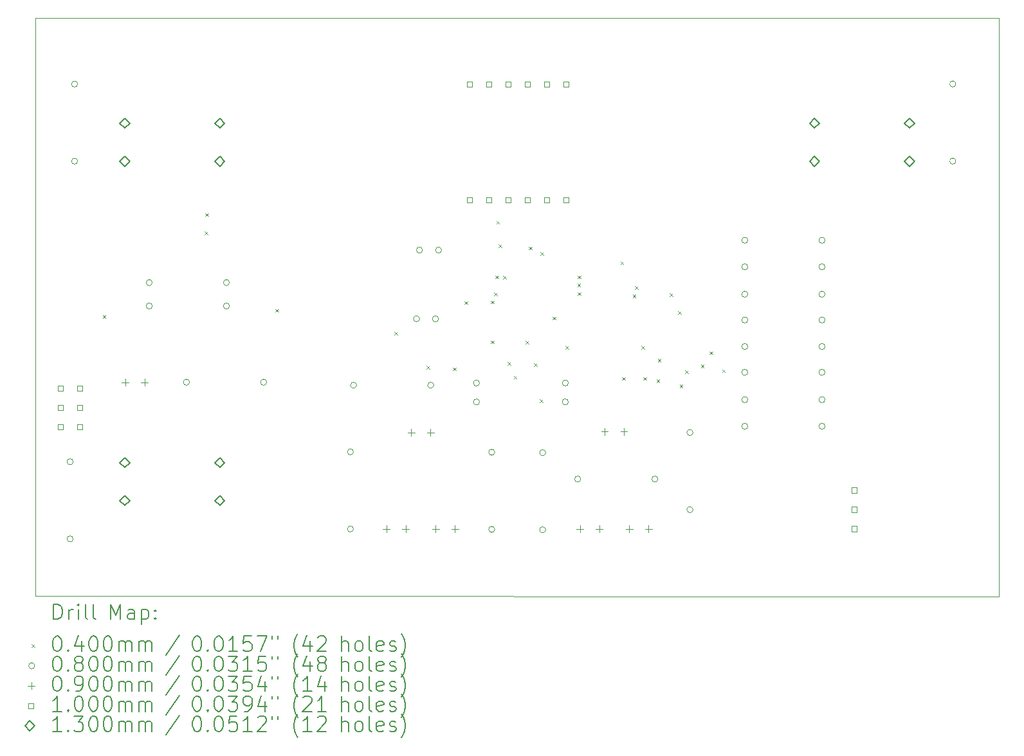
<source format=gbr>
%TF.GenerationSoftware,KiCad,Pcbnew,(7.0.0)*%
%TF.CreationDate,2023-05-24T22:53:59-06:00*%
%TF.ProjectId,GolfSpeedSensor,476f6c66-5370-4656-9564-53656e736f72,rev?*%
%TF.SameCoordinates,Original*%
%TF.FileFunction,Drillmap*%
%TF.FilePolarity,Positive*%
%FSLAX45Y45*%
G04 Gerber Fmt 4.5, Leading zero omitted, Abs format (unit mm)*
G04 Created by KiCad (PCBNEW (7.0.0)) date 2023-05-24 22:53:59*
%MOMM*%
%LPD*%
G01*
G04 APERTURE LIST*
%ADD10C,0.100000*%
%ADD11C,0.200000*%
%ADD12C,0.040000*%
%ADD13C,0.080000*%
%ADD14C,0.090000*%
%ADD15C,0.130000*%
G04 APERTURE END LIST*
D10*
X21350000Y-13120000D02*
X8660000Y-13110000D01*
X8660000Y-5500000D01*
X21350000Y-5500000D01*
X21350000Y-13120000D01*
D11*
D12*
X9550000Y-9410000D02*
X9590000Y-9450000D01*
X9590000Y-9410000D02*
X9550000Y-9450000D01*
X10890000Y-8312790D02*
X10930000Y-8352790D01*
X10930000Y-8312790D02*
X10890000Y-8352790D01*
X10900000Y-8070000D02*
X10940000Y-8110000D01*
X10940000Y-8070000D02*
X10900000Y-8110000D01*
X11820000Y-9330000D02*
X11860000Y-9370000D01*
X11860000Y-9330000D02*
X11820000Y-9370000D01*
X13390000Y-9630000D02*
X13430000Y-9670000D01*
X13430000Y-9630000D02*
X13390000Y-9670000D01*
X13810000Y-10080000D02*
X13850000Y-10120000D01*
X13850000Y-10080000D02*
X13810000Y-10120000D01*
X14160000Y-10100000D02*
X14200000Y-10140000D01*
X14200000Y-10100000D02*
X14160000Y-10140000D01*
X14310000Y-9230000D02*
X14350000Y-9270000D01*
X14350000Y-9230000D02*
X14310000Y-9270000D01*
X14656600Y-9745720D02*
X14696600Y-9785720D01*
X14696600Y-9745720D02*
X14656600Y-9785720D01*
X14660000Y-9220000D02*
X14700000Y-9260000D01*
X14700000Y-9220000D02*
X14660000Y-9260000D01*
X14699400Y-9112120D02*
X14739400Y-9152120D01*
X14739400Y-9112120D02*
X14699400Y-9152120D01*
X14720000Y-8890000D02*
X14760000Y-8930000D01*
X14760000Y-8890000D02*
X14720000Y-8930000D01*
X14730000Y-8170000D02*
X14770000Y-8210000D01*
X14770000Y-8170000D02*
X14730000Y-8210000D01*
X14760000Y-8480000D02*
X14800000Y-8520000D01*
X14800000Y-8480000D02*
X14760000Y-8520000D01*
X14822300Y-8896270D02*
X14862300Y-8936270D01*
X14862300Y-8896270D02*
X14822300Y-8936270D01*
X14880000Y-10030000D02*
X14920000Y-10070000D01*
X14920000Y-10030000D02*
X14880000Y-10070000D01*
X14960000Y-10210000D02*
X15000000Y-10250000D01*
X15000000Y-10210000D02*
X14960000Y-10250000D01*
X15119000Y-9749000D02*
X15159000Y-9789000D01*
X15159000Y-9749000D02*
X15119000Y-9789000D01*
X15160000Y-8510000D02*
X15200000Y-8550000D01*
X15200000Y-8510000D02*
X15160000Y-8550000D01*
X15225000Y-10045000D02*
X15265000Y-10085000D01*
X15265000Y-10045000D02*
X15225000Y-10085000D01*
X15300000Y-10520000D02*
X15340000Y-10560000D01*
X15340000Y-10520000D02*
X15300000Y-10560000D01*
X15310000Y-8582450D02*
X15350000Y-8622450D01*
X15350000Y-8582450D02*
X15310000Y-8622450D01*
X15471800Y-9432190D02*
X15511800Y-9472190D01*
X15511800Y-9432190D02*
X15471800Y-9472190D01*
X15640000Y-9820000D02*
X15680000Y-9860000D01*
X15680000Y-9820000D02*
X15640000Y-9860000D01*
X15796900Y-8998260D02*
X15836900Y-9038260D01*
X15836900Y-8998260D02*
X15796900Y-9038260D01*
X15800000Y-8890000D02*
X15840000Y-8930000D01*
X15840000Y-8890000D02*
X15800000Y-8930000D01*
X15800000Y-9110000D02*
X15840000Y-9150000D01*
X15840000Y-9110000D02*
X15800000Y-9150000D01*
X16365500Y-8704000D02*
X16405500Y-8744000D01*
X16405500Y-8704000D02*
X16365500Y-8744000D01*
X16383900Y-10228000D02*
X16423900Y-10268000D01*
X16423900Y-10228000D02*
X16383900Y-10268000D01*
X16525120Y-9137120D02*
X16565120Y-9177120D01*
X16565120Y-9137120D02*
X16525120Y-9177120D01*
X16555640Y-9031700D02*
X16595640Y-9071700D01*
X16595640Y-9031700D02*
X16555640Y-9071700D01*
X16638950Y-9816750D02*
X16678950Y-9856750D01*
X16678950Y-9816750D02*
X16638950Y-9856750D01*
X16662450Y-10228000D02*
X16702450Y-10268000D01*
X16702450Y-10228000D02*
X16662450Y-10268000D01*
X16840000Y-10260000D02*
X16880000Y-10300000D01*
X16880000Y-10260000D02*
X16840000Y-10300000D01*
X16856410Y-9984020D02*
X16896410Y-10024020D01*
X16896410Y-9984020D02*
X16856410Y-10024020D01*
X17014980Y-9123440D02*
X17054980Y-9163440D01*
X17054980Y-9123440D02*
X17014980Y-9163440D01*
X17121320Y-9361420D02*
X17161320Y-9401420D01*
X17161320Y-9361420D02*
X17121320Y-9401420D01*
X17142950Y-10325500D02*
X17182950Y-10365500D01*
X17182950Y-10325500D02*
X17142950Y-10365500D01*
X17214220Y-10137490D02*
X17254220Y-10177490D01*
X17254220Y-10137490D02*
X17214220Y-10177490D01*
X17423340Y-10065500D02*
X17463340Y-10105500D01*
X17463340Y-10065500D02*
X17423340Y-10105500D01*
X17540000Y-9890000D02*
X17580000Y-9930000D01*
X17580000Y-9890000D02*
X17540000Y-9930000D01*
X17702710Y-10127340D02*
X17742710Y-10167340D01*
X17742710Y-10127340D02*
X17702710Y-10167340D01*
D13*
X9160000Y-11342000D02*
G75*
G03*
X9160000Y-11342000I-40000J0D01*
G01*
X9160000Y-12358000D02*
G75*
G03*
X9160000Y-12358000I-40000J0D01*
G01*
X9219000Y-6367000D02*
G75*
G03*
X9219000Y-6367000I-40000J0D01*
G01*
X9219000Y-7383000D02*
G75*
G03*
X9219000Y-7383000I-40000J0D01*
G01*
X10202000Y-8982500D02*
G75*
G03*
X10202000Y-8982500I-40000J0D01*
G01*
X10202000Y-9292500D02*
G75*
G03*
X10202000Y-9292500I-40000J0D01*
G01*
X10691000Y-10295000D02*
G75*
G03*
X10691000Y-10295000I-40000J0D01*
G01*
X11218000Y-8982500D02*
G75*
G03*
X11218000Y-8982500I-40000J0D01*
G01*
X11218000Y-9292500D02*
G75*
G03*
X11218000Y-9292500I-40000J0D01*
G01*
X11707000Y-10295000D02*
G75*
G03*
X11707000Y-10295000I-40000J0D01*
G01*
X12850000Y-11212000D02*
G75*
G03*
X12850000Y-11212000I-40000J0D01*
G01*
X12850000Y-12228000D02*
G75*
G03*
X12850000Y-12228000I-40000J0D01*
G01*
X12891000Y-10335000D02*
G75*
G03*
X12891000Y-10335000I-40000J0D01*
G01*
X13720000Y-9460000D02*
G75*
G03*
X13720000Y-9460000I-40000J0D01*
G01*
X13759510Y-8555000D02*
G75*
G03*
X13759510Y-8555000I-40000J0D01*
G01*
X13907000Y-10335000D02*
G75*
G03*
X13907000Y-10335000I-40000J0D01*
G01*
X13970000Y-9460000D02*
G75*
G03*
X13970000Y-9460000I-40000J0D01*
G01*
X14009510Y-8555000D02*
G75*
G03*
X14009510Y-8555000I-40000J0D01*
G01*
X14509000Y-10305510D02*
G75*
G03*
X14509000Y-10305510I-40000J0D01*
G01*
X14509000Y-10555510D02*
G75*
G03*
X14509000Y-10555510I-40000J0D01*
G01*
X14710000Y-11217000D02*
G75*
G03*
X14710000Y-11217000I-40000J0D01*
G01*
X14710000Y-12233000D02*
G75*
G03*
X14710000Y-12233000I-40000J0D01*
G01*
X15380000Y-11222000D02*
G75*
G03*
X15380000Y-11222000I-40000J0D01*
G01*
X15380000Y-12238000D02*
G75*
G03*
X15380000Y-12238000I-40000J0D01*
G01*
X15679000Y-10304490D02*
G75*
G03*
X15679000Y-10304490I-40000J0D01*
G01*
X15679000Y-10554490D02*
G75*
G03*
X15679000Y-10554490I-40000J0D01*
G01*
X15842000Y-11570000D02*
G75*
G03*
X15842000Y-11570000I-40000J0D01*
G01*
X16858000Y-11570000D02*
G75*
G03*
X16858000Y-11570000I-40000J0D01*
G01*
X17319000Y-10957000D02*
G75*
G03*
X17319000Y-10957000I-40000J0D01*
G01*
X17319000Y-11973000D02*
G75*
G03*
X17319000Y-11973000I-40000J0D01*
G01*
X18041000Y-8425000D02*
G75*
G03*
X18041000Y-8425000I-40000J0D01*
G01*
X18041000Y-8775000D02*
G75*
G03*
X18041000Y-8775000I-40000J0D01*
G01*
X18041000Y-9135000D02*
G75*
G03*
X18041000Y-9135000I-40000J0D01*
G01*
X18041000Y-9475000D02*
G75*
G03*
X18041000Y-9475000I-40000J0D01*
G01*
X18041000Y-9825000D02*
G75*
G03*
X18041000Y-9825000I-40000J0D01*
G01*
X18041000Y-10165000D02*
G75*
G03*
X18041000Y-10165000I-40000J0D01*
G01*
X18041000Y-10525000D02*
G75*
G03*
X18041000Y-10525000I-40000J0D01*
G01*
X18041000Y-10875000D02*
G75*
G03*
X18041000Y-10875000I-40000J0D01*
G01*
X19057000Y-8425000D02*
G75*
G03*
X19057000Y-8425000I-40000J0D01*
G01*
X19057000Y-8775000D02*
G75*
G03*
X19057000Y-8775000I-40000J0D01*
G01*
X19057000Y-9135000D02*
G75*
G03*
X19057000Y-9135000I-40000J0D01*
G01*
X19057000Y-9475000D02*
G75*
G03*
X19057000Y-9475000I-40000J0D01*
G01*
X19057000Y-9825000D02*
G75*
G03*
X19057000Y-9825000I-40000J0D01*
G01*
X19057000Y-10165000D02*
G75*
G03*
X19057000Y-10165000I-40000J0D01*
G01*
X19057000Y-10525000D02*
G75*
G03*
X19057000Y-10525000I-40000J0D01*
G01*
X19057000Y-10875000D02*
G75*
G03*
X19057000Y-10875000I-40000J0D01*
G01*
X20779000Y-6367000D02*
G75*
G03*
X20779000Y-6367000I-40000J0D01*
G01*
X20779000Y-7383000D02*
G75*
G03*
X20779000Y-7383000I-40000J0D01*
G01*
D14*
X9845000Y-10250000D02*
X9845000Y-10340000D01*
X9800000Y-10295000D02*
X9890000Y-10295000D01*
X10099000Y-10250000D02*
X10099000Y-10340000D01*
X10054000Y-10295000D02*
X10144000Y-10295000D01*
X13282500Y-12180000D02*
X13282500Y-12270000D01*
X13237500Y-12225000D02*
X13327500Y-12225000D01*
X13536500Y-12180000D02*
X13536500Y-12270000D01*
X13491500Y-12225000D02*
X13581500Y-12225000D01*
X13611500Y-10910000D02*
X13611500Y-11000000D01*
X13566500Y-10955000D02*
X13656500Y-10955000D01*
X13865500Y-10910000D02*
X13865500Y-11000000D01*
X13820500Y-10955000D02*
X13910500Y-10955000D01*
X13931500Y-12180000D02*
X13931500Y-12270000D01*
X13886500Y-12225000D02*
X13976500Y-12225000D01*
X14185500Y-12180000D02*
X14185500Y-12270000D01*
X14140500Y-12225000D02*
X14230500Y-12225000D01*
X15832500Y-12180000D02*
X15832500Y-12270000D01*
X15787500Y-12225000D02*
X15877500Y-12225000D01*
X16086500Y-12180000D02*
X16086500Y-12270000D01*
X16041500Y-12225000D02*
X16131500Y-12225000D01*
X16155000Y-10900000D02*
X16155000Y-10990000D01*
X16110000Y-10945000D02*
X16200000Y-10945000D01*
X16409000Y-10900000D02*
X16409000Y-10990000D01*
X16364000Y-10945000D02*
X16454000Y-10945000D01*
X16481500Y-12180000D02*
X16481500Y-12270000D01*
X16436500Y-12225000D02*
X16526500Y-12225000D01*
X16735500Y-12180000D02*
X16735500Y-12270000D01*
X16690500Y-12225000D02*
X16780500Y-12225000D01*
D10*
X9030356Y-10412856D02*
X9030356Y-10342144D01*
X8959644Y-10342144D01*
X8959644Y-10412856D01*
X9030356Y-10412856D01*
X9030356Y-10666856D02*
X9030356Y-10596144D01*
X8959644Y-10596144D01*
X8959644Y-10666856D01*
X9030356Y-10666856D01*
X9030356Y-10920856D02*
X9030356Y-10850144D01*
X8959644Y-10850144D01*
X8959644Y-10920856D01*
X9030356Y-10920856D01*
X9284356Y-10412856D02*
X9284356Y-10342144D01*
X9213644Y-10342144D01*
X9213644Y-10412856D01*
X9284356Y-10412856D01*
X9284356Y-10666856D02*
X9284356Y-10596144D01*
X9213644Y-10596144D01*
X9213644Y-10666856D01*
X9284356Y-10666856D01*
X9284356Y-10920856D02*
X9284356Y-10850144D01*
X9213644Y-10850144D01*
X9213644Y-10920856D01*
X9284356Y-10920856D01*
X14414356Y-6406356D02*
X14414356Y-6335644D01*
X14343644Y-6335644D01*
X14343644Y-6406356D01*
X14414356Y-6406356D01*
X14414356Y-7930356D02*
X14414356Y-7859644D01*
X14343644Y-7859644D01*
X14343644Y-7930356D01*
X14414356Y-7930356D01*
X14668356Y-6406356D02*
X14668356Y-6335644D01*
X14597644Y-6335644D01*
X14597644Y-6406356D01*
X14668356Y-6406356D01*
X14668356Y-7930356D02*
X14668356Y-7859644D01*
X14597644Y-7859644D01*
X14597644Y-7930356D01*
X14668356Y-7930356D01*
X14922356Y-6406356D02*
X14922356Y-6335644D01*
X14851644Y-6335644D01*
X14851644Y-6406356D01*
X14922356Y-6406356D01*
X14922356Y-7930356D02*
X14922356Y-7859644D01*
X14851644Y-7859644D01*
X14851644Y-7930356D01*
X14922356Y-7930356D01*
X15176356Y-6406356D02*
X15176356Y-6335644D01*
X15105644Y-6335644D01*
X15105644Y-6406356D01*
X15176356Y-6406356D01*
X15176356Y-7930356D02*
X15176356Y-7859644D01*
X15105644Y-7859644D01*
X15105644Y-7930356D01*
X15176356Y-7930356D01*
X15430356Y-6406356D02*
X15430356Y-6335644D01*
X15359644Y-6335644D01*
X15359644Y-6406356D01*
X15430356Y-6406356D01*
X15430356Y-7930356D02*
X15430356Y-7859644D01*
X15359644Y-7859644D01*
X15359644Y-7930356D01*
X15430356Y-7930356D01*
X15684356Y-6406356D02*
X15684356Y-6335644D01*
X15613644Y-6335644D01*
X15613644Y-6406356D01*
X15684356Y-6406356D01*
X15684356Y-7930356D02*
X15684356Y-7859644D01*
X15613644Y-7859644D01*
X15613644Y-7930356D01*
X15684356Y-7930356D01*
X19475356Y-11752856D02*
X19475356Y-11682144D01*
X19404644Y-11682144D01*
X19404644Y-11752856D01*
X19475356Y-11752856D01*
X19475356Y-12006856D02*
X19475356Y-11936144D01*
X19404644Y-11936144D01*
X19404644Y-12006856D01*
X19475356Y-12006856D01*
X19475356Y-12260856D02*
X19475356Y-12190144D01*
X19404644Y-12190144D01*
X19404644Y-12260856D01*
X19475356Y-12260856D01*
D15*
X9839000Y-6950000D02*
X9904000Y-6885000D01*
X9839000Y-6820000D01*
X9774000Y-6885000D01*
X9839000Y-6950000D01*
X9839000Y-7450000D02*
X9904000Y-7385000D01*
X9839000Y-7320000D01*
X9774000Y-7385000D01*
X9839000Y-7450000D01*
X9839000Y-11420000D02*
X9904000Y-11355000D01*
X9839000Y-11290000D01*
X9774000Y-11355000D01*
X9839000Y-11420000D01*
X9839000Y-11920000D02*
X9904000Y-11855000D01*
X9839000Y-11790000D01*
X9774000Y-11855000D01*
X9839000Y-11920000D01*
X11089000Y-6950000D02*
X11154000Y-6885000D01*
X11089000Y-6820000D01*
X11024000Y-6885000D01*
X11089000Y-6950000D01*
X11089000Y-7450000D02*
X11154000Y-7385000D01*
X11089000Y-7320000D01*
X11024000Y-7385000D01*
X11089000Y-7450000D01*
X11089000Y-11420000D02*
X11154000Y-11355000D01*
X11089000Y-11290000D01*
X11024000Y-11355000D01*
X11089000Y-11420000D01*
X11089000Y-11920000D02*
X11154000Y-11855000D01*
X11089000Y-11790000D01*
X11024000Y-11855000D01*
X11089000Y-11920000D01*
X18919000Y-6950000D02*
X18984000Y-6885000D01*
X18919000Y-6820000D01*
X18854000Y-6885000D01*
X18919000Y-6950000D01*
X18919000Y-7450000D02*
X18984000Y-7385000D01*
X18919000Y-7320000D01*
X18854000Y-7385000D01*
X18919000Y-7450000D01*
X20169000Y-6950000D02*
X20234000Y-6885000D01*
X20169000Y-6820000D01*
X20104000Y-6885000D01*
X20169000Y-6950000D01*
X20169000Y-7450000D02*
X20234000Y-7385000D01*
X20169000Y-7320000D01*
X20104000Y-7385000D01*
X20169000Y-7450000D01*
D11*
X8902619Y-13418476D02*
X8902619Y-13218476D01*
X8902619Y-13218476D02*
X8950238Y-13218476D01*
X8950238Y-13218476D02*
X8978810Y-13228000D01*
X8978810Y-13228000D02*
X8997857Y-13247048D01*
X8997857Y-13247048D02*
X9007381Y-13266095D01*
X9007381Y-13266095D02*
X9016905Y-13304190D01*
X9016905Y-13304190D02*
X9016905Y-13332762D01*
X9016905Y-13332762D02*
X9007381Y-13370857D01*
X9007381Y-13370857D02*
X8997857Y-13389905D01*
X8997857Y-13389905D02*
X8978810Y-13408952D01*
X8978810Y-13408952D02*
X8950238Y-13418476D01*
X8950238Y-13418476D02*
X8902619Y-13418476D01*
X9102619Y-13418476D02*
X9102619Y-13285143D01*
X9102619Y-13323238D02*
X9112143Y-13304190D01*
X9112143Y-13304190D02*
X9121667Y-13294667D01*
X9121667Y-13294667D02*
X9140714Y-13285143D01*
X9140714Y-13285143D02*
X9159762Y-13285143D01*
X9226429Y-13418476D02*
X9226429Y-13285143D01*
X9226429Y-13218476D02*
X9216905Y-13228000D01*
X9216905Y-13228000D02*
X9226429Y-13237524D01*
X9226429Y-13237524D02*
X9235952Y-13228000D01*
X9235952Y-13228000D02*
X9226429Y-13218476D01*
X9226429Y-13218476D02*
X9226429Y-13237524D01*
X9350238Y-13418476D02*
X9331190Y-13408952D01*
X9331190Y-13408952D02*
X9321667Y-13389905D01*
X9321667Y-13389905D02*
X9321667Y-13218476D01*
X9455000Y-13418476D02*
X9435952Y-13408952D01*
X9435952Y-13408952D02*
X9426429Y-13389905D01*
X9426429Y-13389905D02*
X9426429Y-13218476D01*
X9651190Y-13418476D02*
X9651190Y-13218476D01*
X9651190Y-13218476D02*
X9717857Y-13361333D01*
X9717857Y-13361333D02*
X9784524Y-13218476D01*
X9784524Y-13218476D02*
X9784524Y-13418476D01*
X9965476Y-13418476D02*
X9965476Y-13313714D01*
X9965476Y-13313714D02*
X9955952Y-13294667D01*
X9955952Y-13294667D02*
X9936905Y-13285143D01*
X9936905Y-13285143D02*
X9898809Y-13285143D01*
X9898809Y-13285143D02*
X9879762Y-13294667D01*
X9965476Y-13408952D02*
X9946429Y-13418476D01*
X9946429Y-13418476D02*
X9898809Y-13418476D01*
X9898809Y-13418476D02*
X9879762Y-13408952D01*
X9879762Y-13408952D02*
X9870238Y-13389905D01*
X9870238Y-13389905D02*
X9870238Y-13370857D01*
X9870238Y-13370857D02*
X9879762Y-13351809D01*
X9879762Y-13351809D02*
X9898809Y-13342286D01*
X9898809Y-13342286D02*
X9946429Y-13342286D01*
X9946429Y-13342286D02*
X9965476Y-13332762D01*
X10060714Y-13285143D02*
X10060714Y-13485143D01*
X10060714Y-13294667D02*
X10079762Y-13285143D01*
X10079762Y-13285143D02*
X10117857Y-13285143D01*
X10117857Y-13285143D02*
X10136905Y-13294667D01*
X10136905Y-13294667D02*
X10146429Y-13304190D01*
X10146429Y-13304190D02*
X10155952Y-13323238D01*
X10155952Y-13323238D02*
X10155952Y-13380381D01*
X10155952Y-13380381D02*
X10146429Y-13399428D01*
X10146429Y-13399428D02*
X10136905Y-13408952D01*
X10136905Y-13408952D02*
X10117857Y-13418476D01*
X10117857Y-13418476D02*
X10079762Y-13418476D01*
X10079762Y-13418476D02*
X10060714Y-13408952D01*
X10241667Y-13399428D02*
X10251190Y-13408952D01*
X10251190Y-13408952D02*
X10241667Y-13418476D01*
X10241667Y-13418476D02*
X10232143Y-13408952D01*
X10232143Y-13408952D02*
X10241667Y-13399428D01*
X10241667Y-13399428D02*
X10241667Y-13418476D01*
X10241667Y-13294667D02*
X10251190Y-13304190D01*
X10251190Y-13304190D02*
X10241667Y-13313714D01*
X10241667Y-13313714D02*
X10232143Y-13304190D01*
X10232143Y-13304190D02*
X10241667Y-13294667D01*
X10241667Y-13294667D02*
X10241667Y-13313714D01*
D12*
X8615000Y-13745000D02*
X8655000Y-13785000D01*
X8655000Y-13745000D02*
X8615000Y-13785000D01*
D11*
X8940714Y-13638476D02*
X8959762Y-13638476D01*
X8959762Y-13638476D02*
X8978810Y-13648000D01*
X8978810Y-13648000D02*
X8988333Y-13657524D01*
X8988333Y-13657524D02*
X8997857Y-13676571D01*
X8997857Y-13676571D02*
X9007381Y-13714667D01*
X9007381Y-13714667D02*
X9007381Y-13762286D01*
X9007381Y-13762286D02*
X8997857Y-13800381D01*
X8997857Y-13800381D02*
X8988333Y-13819428D01*
X8988333Y-13819428D02*
X8978810Y-13828952D01*
X8978810Y-13828952D02*
X8959762Y-13838476D01*
X8959762Y-13838476D02*
X8940714Y-13838476D01*
X8940714Y-13838476D02*
X8921667Y-13828952D01*
X8921667Y-13828952D02*
X8912143Y-13819428D01*
X8912143Y-13819428D02*
X8902619Y-13800381D01*
X8902619Y-13800381D02*
X8893095Y-13762286D01*
X8893095Y-13762286D02*
X8893095Y-13714667D01*
X8893095Y-13714667D02*
X8902619Y-13676571D01*
X8902619Y-13676571D02*
X8912143Y-13657524D01*
X8912143Y-13657524D02*
X8921667Y-13648000D01*
X8921667Y-13648000D02*
X8940714Y-13638476D01*
X9093095Y-13819428D02*
X9102619Y-13828952D01*
X9102619Y-13828952D02*
X9093095Y-13838476D01*
X9093095Y-13838476D02*
X9083571Y-13828952D01*
X9083571Y-13828952D02*
X9093095Y-13819428D01*
X9093095Y-13819428D02*
X9093095Y-13838476D01*
X9274048Y-13705143D02*
X9274048Y-13838476D01*
X9226429Y-13628952D02*
X9178810Y-13771809D01*
X9178810Y-13771809D02*
X9302619Y-13771809D01*
X9416905Y-13638476D02*
X9435952Y-13638476D01*
X9435952Y-13638476D02*
X9455000Y-13648000D01*
X9455000Y-13648000D02*
X9464524Y-13657524D01*
X9464524Y-13657524D02*
X9474048Y-13676571D01*
X9474048Y-13676571D02*
X9483571Y-13714667D01*
X9483571Y-13714667D02*
X9483571Y-13762286D01*
X9483571Y-13762286D02*
X9474048Y-13800381D01*
X9474048Y-13800381D02*
X9464524Y-13819428D01*
X9464524Y-13819428D02*
X9455000Y-13828952D01*
X9455000Y-13828952D02*
X9435952Y-13838476D01*
X9435952Y-13838476D02*
X9416905Y-13838476D01*
X9416905Y-13838476D02*
X9397857Y-13828952D01*
X9397857Y-13828952D02*
X9388333Y-13819428D01*
X9388333Y-13819428D02*
X9378810Y-13800381D01*
X9378810Y-13800381D02*
X9369286Y-13762286D01*
X9369286Y-13762286D02*
X9369286Y-13714667D01*
X9369286Y-13714667D02*
X9378810Y-13676571D01*
X9378810Y-13676571D02*
X9388333Y-13657524D01*
X9388333Y-13657524D02*
X9397857Y-13648000D01*
X9397857Y-13648000D02*
X9416905Y-13638476D01*
X9607381Y-13638476D02*
X9626429Y-13638476D01*
X9626429Y-13638476D02*
X9645476Y-13648000D01*
X9645476Y-13648000D02*
X9655000Y-13657524D01*
X9655000Y-13657524D02*
X9664524Y-13676571D01*
X9664524Y-13676571D02*
X9674048Y-13714667D01*
X9674048Y-13714667D02*
X9674048Y-13762286D01*
X9674048Y-13762286D02*
X9664524Y-13800381D01*
X9664524Y-13800381D02*
X9655000Y-13819428D01*
X9655000Y-13819428D02*
X9645476Y-13828952D01*
X9645476Y-13828952D02*
X9626429Y-13838476D01*
X9626429Y-13838476D02*
X9607381Y-13838476D01*
X9607381Y-13838476D02*
X9588333Y-13828952D01*
X9588333Y-13828952D02*
X9578810Y-13819428D01*
X9578810Y-13819428D02*
X9569286Y-13800381D01*
X9569286Y-13800381D02*
X9559762Y-13762286D01*
X9559762Y-13762286D02*
X9559762Y-13714667D01*
X9559762Y-13714667D02*
X9569286Y-13676571D01*
X9569286Y-13676571D02*
X9578810Y-13657524D01*
X9578810Y-13657524D02*
X9588333Y-13648000D01*
X9588333Y-13648000D02*
X9607381Y-13638476D01*
X9759762Y-13838476D02*
X9759762Y-13705143D01*
X9759762Y-13724190D02*
X9769286Y-13714667D01*
X9769286Y-13714667D02*
X9788333Y-13705143D01*
X9788333Y-13705143D02*
X9816905Y-13705143D01*
X9816905Y-13705143D02*
X9835952Y-13714667D01*
X9835952Y-13714667D02*
X9845476Y-13733714D01*
X9845476Y-13733714D02*
X9845476Y-13838476D01*
X9845476Y-13733714D02*
X9855000Y-13714667D01*
X9855000Y-13714667D02*
X9874048Y-13705143D01*
X9874048Y-13705143D02*
X9902619Y-13705143D01*
X9902619Y-13705143D02*
X9921667Y-13714667D01*
X9921667Y-13714667D02*
X9931191Y-13733714D01*
X9931191Y-13733714D02*
X9931191Y-13838476D01*
X10026429Y-13838476D02*
X10026429Y-13705143D01*
X10026429Y-13724190D02*
X10035952Y-13714667D01*
X10035952Y-13714667D02*
X10055000Y-13705143D01*
X10055000Y-13705143D02*
X10083572Y-13705143D01*
X10083572Y-13705143D02*
X10102619Y-13714667D01*
X10102619Y-13714667D02*
X10112143Y-13733714D01*
X10112143Y-13733714D02*
X10112143Y-13838476D01*
X10112143Y-13733714D02*
X10121667Y-13714667D01*
X10121667Y-13714667D02*
X10140714Y-13705143D01*
X10140714Y-13705143D02*
X10169286Y-13705143D01*
X10169286Y-13705143D02*
X10188333Y-13714667D01*
X10188333Y-13714667D02*
X10197857Y-13733714D01*
X10197857Y-13733714D02*
X10197857Y-13838476D01*
X10555952Y-13628952D02*
X10384524Y-13886095D01*
X10780714Y-13638476D02*
X10799762Y-13638476D01*
X10799762Y-13638476D02*
X10818810Y-13648000D01*
X10818810Y-13648000D02*
X10828333Y-13657524D01*
X10828333Y-13657524D02*
X10837857Y-13676571D01*
X10837857Y-13676571D02*
X10847381Y-13714667D01*
X10847381Y-13714667D02*
X10847381Y-13762286D01*
X10847381Y-13762286D02*
X10837857Y-13800381D01*
X10837857Y-13800381D02*
X10828333Y-13819428D01*
X10828333Y-13819428D02*
X10818810Y-13828952D01*
X10818810Y-13828952D02*
X10799762Y-13838476D01*
X10799762Y-13838476D02*
X10780714Y-13838476D01*
X10780714Y-13838476D02*
X10761667Y-13828952D01*
X10761667Y-13828952D02*
X10752143Y-13819428D01*
X10752143Y-13819428D02*
X10742619Y-13800381D01*
X10742619Y-13800381D02*
X10733095Y-13762286D01*
X10733095Y-13762286D02*
X10733095Y-13714667D01*
X10733095Y-13714667D02*
X10742619Y-13676571D01*
X10742619Y-13676571D02*
X10752143Y-13657524D01*
X10752143Y-13657524D02*
X10761667Y-13648000D01*
X10761667Y-13648000D02*
X10780714Y-13638476D01*
X10933095Y-13819428D02*
X10942619Y-13828952D01*
X10942619Y-13828952D02*
X10933095Y-13838476D01*
X10933095Y-13838476D02*
X10923572Y-13828952D01*
X10923572Y-13828952D02*
X10933095Y-13819428D01*
X10933095Y-13819428D02*
X10933095Y-13838476D01*
X11066429Y-13638476D02*
X11085476Y-13638476D01*
X11085476Y-13638476D02*
X11104524Y-13648000D01*
X11104524Y-13648000D02*
X11114048Y-13657524D01*
X11114048Y-13657524D02*
X11123572Y-13676571D01*
X11123572Y-13676571D02*
X11133095Y-13714667D01*
X11133095Y-13714667D02*
X11133095Y-13762286D01*
X11133095Y-13762286D02*
X11123572Y-13800381D01*
X11123572Y-13800381D02*
X11114048Y-13819428D01*
X11114048Y-13819428D02*
X11104524Y-13828952D01*
X11104524Y-13828952D02*
X11085476Y-13838476D01*
X11085476Y-13838476D02*
X11066429Y-13838476D01*
X11066429Y-13838476D02*
X11047381Y-13828952D01*
X11047381Y-13828952D02*
X11037857Y-13819428D01*
X11037857Y-13819428D02*
X11028333Y-13800381D01*
X11028333Y-13800381D02*
X11018810Y-13762286D01*
X11018810Y-13762286D02*
X11018810Y-13714667D01*
X11018810Y-13714667D02*
X11028333Y-13676571D01*
X11028333Y-13676571D02*
X11037857Y-13657524D01*
X11037857Y-13657524D02*
X11047381Y-13648000D01*
X11047381Y-13648000D02*
X11066429Y-13638476D01*
X11323571Y-13838476D02*
X11209286Y-13838476D01*
X11266429Y-13838476D02*
X11266429Y-13638476D01*
X11266429Y-13638476D02*
X11247381Y-13667048D01*
X11247381Y-13667048D02*
X11228333Y-13686095D01*
X11228333Y-13686095D02*
X11209286Y-13695619D01*
X11504524Y-13638476D02*
X11409286Y-13638476D01*
X11409286Y-13638476D02*
X11399762Y-13733714D01*
X11399762Y-13733714D02*
X11409286Y-13724190D01*
X11409286Y-13724190D02*
X11428333Y-13714667D01*
X11428333Y-13714667D02*
X11475952Y-13714667D01*
X11475952Y-13714667D02*
X11495000Y-13724190D01*
X11495000Y-13724190D02*
X11504524Y-13733714D01*
X11504524Y-13733714D02*
X11514048Y-13752762D01*
X11514048Y-13752762D02*
X11514048Y-13800381D01*
X11514048Y-13800381D02*
X11504524Y-13819428D01*
X11504524Y-13819428D02*
X11495000Y-13828952D01*
X11495000Y-13828952D02*
X11475952Y-13838476D01*
X11475952Y-13838476D02*
X11428333Y-13838476D01*
X11428333Y-13838476D02*
X11409286Y-13828952D01*
X11409286Y-13828952D02*
X11399762Y-13819428D01*
X11580714Y-13638476D02*
X11714048Y-13638476D01*
X11714048Y-13638476D02*
X11628333Y-13838476D01*
X11780714Y-13638476D02*
X11780714Y-13676571D01*
X11856905Y-13638476D02*
X11856905Y-13676571D01*
X12119762Y-13914667D02*
X12110238Y-13905143D01*
X12110238Y-13905143D02*
X12091191Y-13876571D01*
X12091191Y-13876571D02*
X12081667Y-13857524D01*
X12081667Y-13857524D02*
X12072143Y-13828952D01*
X12072143Y-13828952D02*
X12062619Y-13781333D01*
X12062619Y-13781333D02*
X12062619Y-13743238D01*
X12062619Y-13743238D02*
X12072143Y-13695619D01*
X12072143Y-13695619D02*
X12081667Y-13667048D01*
X12081667Y-13667048D02*
X12091191Y-13648000D01*
X12091191Y-13648000D02*
X12110238Y-13619428D01*
X12110238Y-13619428D02*
X12119762Y-13609905D01*
X12281667Y-13705143D02*
X12281667Y-13838476D01*
X12234048Y-13628952D02*
X12186429Y-13771809D01*
X12186429Y-13771809D02*
X12310238Y-13771809D01*
X12376905Y-13657524D02*
X12386429Y-13648000D01*
X12386429Y-13648000D02*
X12405476Y-13638476D01*
X12405476Y-13638476D02*
X12453095Y-13638476D01*
X12453095Y-13638476D02*
X12472143Y-13648000D01*
X12472143Y-13648000D02*
X12481667Y-13657524D01*
X12481667Y-13657524D02*
X12491191Y-13676571D01*
X12491191Y-13676571D02*
X12491191Y-13695619D01*
X12491191Y-13695619D02*
X12481667Y-13724190D01*
X12481667Y-13724190D02*
X12367381Y-13838476D01*
X12367381Y-13838476D02*
X12491191Y-13838476D01*
X12696905Y-13838476D02*
X12696905Y-13638476D01*
X12782619Y-13838476D02*
X12782619Y-13733714D01*
X12782619Y-13733714D02*
X12773095Y-13714667D01*
X12773095Y-13714667D02*
X12754048Y-13705143D01*
X12754048Y-13705143D02*
X12725476Y-13705143D01*
X12725476Y-13705143D02*
X12706429Y-13714667D01*
X12706429Y-13714667D02*
X12696905Y-13724190D01*
X12906429Y-13838476D02*
X12887381Y-13828952D01*
X12887381Y-13828952D02*
X12877857Y-13819428D01*
X12877857Y-13819428D02*
X12868333Y-13800381D01*
X12868333Y-13800381D02*
X12868333Y-13743238D01*
X12868333Y-13743238D02*
X12877857Y-13724190D01*
X12877857Y-13724190D02*
X12887381Y-13714667D01*
X12887381Y-13714667D02*
X12906429Y-13705143D01*
X12906429Y-13705143D02*
X12935000Y-13705143D01*
X12935000Y-13705143D02*
X12954048Y-13714667D01*
X12954048Y-13714667D02*
X12963572Y-13724190D01*
X12963572Y-13724190D02*
X12973095Y-13743238D01*
X12973095Y-13743238D02*
X12973095Y-13800381D01*
X12973095Y-13800381D02*
X12963572Y-13819428D01*
X12963572Y-13819428D02*
X12954048Y-13828952D01*
X12954048Y-13828952D02*
X12935000Y-13838476D01*
X12935000Y-13838476D02*
X12906429Y-13838476D01*
X13087381Y-13838476D02*
X13068333Y-13828952D01*
X13068333Y-13828952D02*
X13058810Y-13809905D01*
X13058810Y-13809905D02*
X13058810Y-13638476D01*
X13239762Y-13828952D02*
X13220714Y-13838476D01*
X13220714Y-13838476D02*
X13182619Y-13838476D01*
X13182619Y-13838476D02*
X13163572Y-13828952D01*
X13163572Y-13828952D02*
X13154048Y-13809905D01*
X13154048Y-13809905D02*
X13154048Y-13733714D01*
X13154048Y-13733714D02*
X13163572Y-13714667D01*
X13163572Y-13714667D02*
X13182619Y-13705143D01*
X13182619Y-13705143D02*
X13220714Y-13705143D01*
X13220714Y-13705143D02*
X13239762Y-13714667D01*
X13239762Y-13714667D02*
X13249286Y-13733714D01*
X13249286Y-13733714D02*
X13249286Y-13752762D01*
X13249286Y-13752762D02*
X13154048Y-13771809D01*
X13325476Y-13828952D02*
X13344524Y-13838476D01*
X13344524Y-13838476D02*
X13382619Y-13838476D01*
X13382619Y-13838476D02*
X13401667Y-13828952D01*
X13401667Y-13828952D02*
X13411191Y-13809905D01*
X13411191Y-13809905D02*
X13411191Y-13800381D01*
X13411191Y-13800381D02*
X13401667Y-13781333D01*
X13401667Y-13781333D02*
X13382619Y-13771809D01*
X13382619Y-13771809D02*
X13354048Y-13771809D01*
X13354048Y-13771809D02*
X13335000Y-13762286D01*
X13335000Y-13762286D02*
X13325476Y-13743238D01*
X13325476Y-13743238D02*
X13325476Y-13733714D01*
X13325476Y-13733714D02*
X13335000Y-13714667D01*
X13335000Y-13714667D02*
X13354048Y-13705143D01*
X13354048Y-13705143D02*
X13382619Y-13705143D01*
X13382619Y-13705143D02*
X13401667Y-13714667D01*
X13477857Y-13914667D02*
X13487381Y-13905143D01*
X13487381Y-13905143D02*
X13506429Y-13876571D01*
X13506429Y-13876571D02*
X13515953Y-13857524D01*
X13515953Y-13857524D02*
X13525476Y-13828952D01*
X13525476Y-13828952D02*
X13535000Y-13781333D01*
X13535000Y-13781333D02*
X13535000Y-13743238D01*
X13535000Y-13743238D02*
X13525476Y-13695619D01*
X13525476Y-13695619D02*
X13515953Y-13667048D01*
X13515953Y-13667048D02*
X13506429Y-13648000D01*
X13506429Y-13648000D02*
X13487381Y-13619428D01*
X13487381Y-13619428D02*
X13477857Y-13609905D01*
D13*
X8655000Y-14029000D02*
G75*
G03*
X8655000Y-14029000I-40000J0D01*
G01*
D11*
X8940714Y-13902476D02*
X8959762Y-13902476D01*
X8959762Y-13902476D02*
X8978810Y-13912000D01*
X8978810Y-13912000D02*
X8988333Y-13921524D01*
X8988333Y-13921524D02*
X8997857Y-13940571D01*
X8997857Y-13940571D02*
X9007381Y-13978667D01*
X9007381Y-13978667D02*
X9007381Y-14026286D01*
X9007381Y-14026286D02*
X8997857Y-14064381D01*
X8997857Y-14064381D02*
X8988333Y-14083428D01*
X8988333Y-14083428D02*
X8978810Y-14092952D01*
X8978810Y-14092952D02*
X8959762Y-14102476D01*
X8959762Y-14102476D02*
X8940714Y-14102476D01*
X8940714Y-14102476D02*
X8921667Y-14092952D01*
X8921667Y-14092952D02*
X8912143Y-14083428D01*
X8912143Y-14083428D02*
X8902619Y-14064381D01*
X8902619Y-14064381D02*
X8893095Y-14026286D01*
X8893095Y-14026286D02*
X8893095Y-13978667D01*
X8893095Y-13978667D02*
X8902619Y-13940571D01*
X8902619Y-13940571D02*
X8912143Y-13921524D01*
X8912143Y-13921524D02*
X8921667Y-13912000D01*
X8921667Y-13912000D02*
X8940714Y-13902476D01*
X9093095Y-14083428D02*
X9102619Y-14092952D01*
X9102619Y-14092952D02*
X9093095Y-14102476D01*
X9093095Y-14102476D02*
X9083571Y-14092952D01*
X9083571Y-14092952D02*
X9093095Y-14083428D01*
X9093095Y-14083428D02*
X9093095Y-14102476D01*
X9216905Y-13988190D02*
X9197857Y-13978667D01*
X9197857Y-13978667D02*
X9188333Y-13969143D01*
X9188333Y-13969143D02*
X9178810Y-13950095D01*
X9178810Y-13950095D02*
X9178810Y-13940571D01*
X9178810Y-13940571D02*
X9188333Y-13921524D01*
X9188333Y-13921524D02*
X9197857Y-13912000D01*
X9197857Y-13912000D02*
X9216905Y-13902476D01*
X9216905Y-13902476D02*
X9255000Y-13902476D01*
X9255000Y-13902476D02*
X9274048Y-13912000D01*
X9274048Y-13912000D02*
X9283571Y-13921524D01*
X9283571Y-13921524D02*
X9293095Y-13940571D01*
X9293095Y-13940571D02*
X9293095Y-13950095D01*
X9293095Y-13950095D02*
X9283571Y-13969143D01*
X9283571Y-13969143D02*
X9274048Y-13978667D01*
X9274048Y-13978667D02*
X9255000Y-13988190D01*
X9255000Y-13988190D02*
X9216905Y-13988190D01*
X9216905Y-13988190D02*
X9197857Y-13997714D01*
X9197857Y-13997714D02*
X9188333Y-14007238D01*
X9188333Y-14007238D02*
X9178810Y-14026286D01*
X9178810Y-14026286D02*
X9178810Y-14064381D01*
X9178810Y-14064381D02*
X9188333Y-14083428D01*
X9188333Y-14083428D02*
X9197857Y-14092952D01*
X9197857Y-14092952D02*
X9216905Y-14102476D01*
X9216905Y-14102476D02*
X9255000Y-14102476D01*
X9255000Y-14102476D02*
X9274048Y-14092952D01*
X9274048Y-14092952D02*
X9283571Y-14083428D01*
X9283571Y-14083428D02*
X9293095Y-14064381D01*
X9293095Y-14064381D02*
X9293095Y-14026286D01*
X9293095Y-14026286D02*
X9283571Y-14007238D01*
X9283571Y-14007238D02*
X9274048Y-13997714D01*
X9274048Y-13997714D02*
X9255000Y-13988190D01*
X9416905Y-13902476D02*
X9435952Y-13902476D01*
X9435952Y-13902476D02*
X9455000Y-13912000D01*
X9455000Y-13912000D02*
X9464524Y-13921524D01*
X9464524Y-13921524D02*
X9474048Y-13940571D01*
X9474048Y-13940571D02*
X9483571Y-13978667D01*
X9483571Y-13978667D02*
X9483571Y-14026286D01*
X9483571Y-14026286D02*
X9474048Y-14064381D01*
X9474048Y-14064381D02*
X9464524Y-14083428D01*
X9464524Y-14083428D02*
X9455000Y-14092952D01*
X9455000Y-14092952D02*
X9435952Y-14102476D01*
X9435952Y-14102476D02*
X9416905Y-14102476D01*
X9416905Y-14102476D02*
X9397857Y-14092952D01*
X9397857Y-14092952D02*
X9388333Y-14083428D01*
X9388333Y-14083428D02*
X9378810Y-14064381D01*
X9378810Y-14064381D02*
X9369286Y-14026286D01*
X9369286Y-14026286D02*
X9369286Y-13978667D01*
X9369286Y-13978667D02*
X9378810Y-13940571D01*
X9378810Y-13940571D02*
X9388333Y-13921524D01*
X9388333Y-13921524D02*
X9397857Y-13912000D01*
X9397857Y-13912000D02*
X9416905Y-13902476D01*
X9607381Y-13902476D02*
X9626429Y-13902476D01*
X9626429Y-13902476D02*
X9645476Y-13912000D01*
X9645476Y-13912000D02*
X9655000Y-13921524D01*
X9655000Y-13921524D02*
X9664524Y-13940571D01*
X9664524Y-13940571D02*
X9674048Y-13978667D01*
X9674048Y-13978667D02*
X9674048Y-14026286D01*
X9674048Y-14026286D02*
X9664524Y-14064381D01*
X9664524Y-14064381D02*
X9655000Y-14083428D01*
X9655000Y-14083428D02*
X9645476Y-14092952D01*
X9645476Y-14092952D02*
X9626429Y-14102476D01*
X9626429Y-14102476D02*
X9607381Y-14102476D01*
X9607381Y-14102476D02*
X9588333Y-14092952D01*
X9588333Y-14092952D02*
X9578810Y-14083428D01*
X9578810Y-14083428D02*
X9569286Y-14064381D01*
X9569286Y-14064381D02*
X9559762Y-14026286D01*
X9559762Y-14026286D02*
X9559762Y-13978667D01*
X9559762Y-13978667D02*
X9569286Y-13940571D01*
X9569286Y-13940571D02*
X9578810Y-13921524D01*
X9578810Y-13921524D02*
X9588333Y-13912000D01*
X9588333Y-13912000D02*
X9607381Y-13902476D01*
X9759762Y-14102476D02*
X9759762Y-13969143D01*
X9759762Y-13988190D02*
X9769286Y-13978667D01*
X9769286Y-13978667D02*
X9788333Y-13969143D01*
X9788333Y-13969143D02*
X9816905Y-13969143D01*
X9816905Y-13969143D02*
X9835952Y-13978667D01*
X9835952Y-13978667D02*
X9845476Y-13997714D01*
X9845476Y-13997714D02*
X9845476Y-14102476D01*
X9845476Y-13997714D02*
X9855000Y-13978667D01*
X9855000Y-13978667D02*
X9874048Y-13969143D01*
X9874048Y-13969143D02*
X9902619Y-13969143D01*
X9902619Y-13969143D02*
X9921667Y-13978667D01*
X9921667Y-13978667D02*
X9931191Y-13997714D01*
X9931191Y-13997714D02*
X9931191Y-14102476D01*
X10026429Y-14102476D02*
X10026429Y-13969143D01*
X10026429Y-13988190D02*
X10035952Y-13978667D01*
X10035952Y-13978667D02*
X10055000Y-13969143D01*
X10055000Y-13969143D02*
X10083572Y-13969143D01*
X10083572Y-13969143D02*
X10102619Y-13978667D01*
X10102619Y-13978667D02*
X10112143Y-13997714D01*
X10112143Y-13997714D02*
X10112143Y-14102476D01*
X10112143Y-13997714D02*
X10121667Y-13978667D01*
X10121667Y-13978667D02*
X10140714Y-13969143D01*
X10140714Y-13969143D02*
X10169286Y-13969143D01*
X10169286Y-13969143D02*
X10188333Y-13978667D01*
X10188333Y-13978667D02*
X10197857Y-13997714D01*
X10197857Y-13997714D02*
X10197857Y-14102476D01*
X10555952Y-13892952D02*
X10384524Y-14150095D01*
X10780714Y-13902476D02*
X10799762Y-13902476D01*
X10799762Y-13902476D02*
X10818810Y-13912000D01*
X10818810Y-13912000D02*
X10828333Y-13921524D01*
X10828333Y-13921524D02*
X10837857Y-13940571D01*
X10837857Y-13940571D02*
X10847381Y-13978667D01*
X10847381Y-13978667D02*
X10847381Y-14026286D01*
X10847381Y-14026286D02*
X10837857Y-14064381D01*
X10837857Y-14064381D02*
X10828333Y-14083428D01*
X10828333Y-14083428D02*
X10818810Y-14092952D01*
X10818810Y-14092952D02*
X10799762Y-14102476D01*
X10799762Y-14102476D02*
X10780714Y-14102476D01*
X10780714Y-14102476D02*
X10761667Y-14092952D01*
X10761667Y-14092952D02*
X10752143Y-14083428D01*
X10752143Y-14083428D02*
X10742619Y-14064381D01*
X10742619Y-14064381D02*
X10733095Y-14026286D01*
X10733095Y-14026286D02*
X10733095Y-13978667D01*
X10733095Y-13978667D02*
X10742619Y-13940571D01*
X10742619Y-13940571D02*
X10752143Y-13921524D01*
X10752143Y-13921524D02*
X10761667Y-13912000D01*
X10761667Y-13912000D02*
X10780714Y-13902476D01*
X10933095Y-14083428D02*
X10942619Y-14092952D01*
X10942619Y-14092952D02*
X10933095Y-14102476D01*
X10933095Y-14102476D02*
X10923572Y-14092952D01*
X10923572Y-14092952D02*
X10933095Y-14083428D01*
X10933095Y-14083428D02*
X10933095Y-14102476D01*
X11066429Y-13902476D02*
X11085476Y-13902476D01*
X11085476Y-13902476D02*
X11104524Y-13912000D01*
X11104524Y-13912000D02*
X11114048Y-13921524D01*
X11114048Y-13921524D02*
X11123572Y-13940571D01*
X11123572Y-13940571D02*
X11133095Y-13978667D01*
X11133095Y-13978667D02*
X11133095Y-14026286D01*
X11133095Y-14026286D02*
X11123572Y-14064381D01*
X11123572Y-14064381D02*
X11114048Y-14083428D01*
X11114048Y-14083428D02*
X11104524Y-14092952D01*
X11104524Y-14092952D02*
X11085476Y-14102476D01*
X11085476Y-14102476D02*
X11066429Y-14102476D01*
X11066429Y-14102476D02*
X11047381Y-14092952D01*
X11047381Y-14092952D02*
X11037857Y-14083428D01*
X11037857Y-14083428D02*
X11028333Y-14064381D01*
X11028333Y-14064381D02*
X11018810Y-14026286D01*
X11018810Y-14026286D02*
X11018810Y-13978667D01*
X11018810Y-13978667D02*
X11028333Y-13940571D01*
X11028333Y-13940571D02*
X11037857Y-13921524D01*
X11037857Y-13921524D02*
X11047381Y-13912000D01*
X11047381Y-13912000D02*
X11066429Y-13902476D01*
X11199762Y-13902476D02*
X11323571Y-13902476D01*
X11323571Y-13902476D02*
X11256905Y-13978667D01*
X11256905Y-13978667D02*
X11285476Y-13978667D01*
X11285476Y-13978667D02*
X11304524Y-13988190D01*
X11304524Y-13988190D02*
X11314048Y-13997714D01*
X11314048Y-13997714D02*
X11323571Y-14016762D01*
X11323571Y-14016762D02*
X11323571Y-14064381D01*
X11323571Y-14064381D02*
X11314048Y-14083428D01*
X11314048Y-14083428D02*
X11304524Y-14092952D01*
X11304524Y-14092952D02*
X11285476Y-14102476D01*
X11285476Y-14102476D02*
X11228333Y-14102476D01*
X11228333Y-14102476D02*
X11209286Y-14092952D01*
X11209286Y-14092952D02*
X11199762Y-14083428D01*
X11514048Y-14102476D02*
X11399762Y-14102476D01*
X11456905Y-14102476D02*
X11456905Y-13902476D01*
X11456905Y-13902476D02*
X11437857Y-13931048D01*
X11437857Y-13931048D02*
X11418810Y-13950095D01*
X11418810Y-13950095D02*
X11399762Y-13959619D01*
X11695000Y-13902476D02*
X11599762Y-13902476D01*
X11599762Y-13902476D02*
X11590238Y-13997714D01*
X11590238Y-13997714D02*
X11599762Y-13988190D01*
X11599762Y-13988190D02*
X11618810Y-13978667D01*
X11618810Y-13978667D02*
X11666429Y-13978667D01*
X11666429Y-13978667D02*
X11685476Y-13988190D01*
X11685476Y-13988190D02*
X11695000Y-13997714D01*
X11695000Y-13997714D02*
X11704524Y-14016762D01*
X11704524Y-14016762D02*
X11704524Y-14064381D01*
X11704524Y-14064381D02*
X11695000Y-14083428D01*
X11695000Y-14083428D02*
X11685476Y-14092952D01*
X11685476Y-14092952D02*
X11666429Y-14102476D01*
X11666429Y-14102476D02*
X11618810Y-14102476D01*
X11618810Y-14102476D02*
X11599762Y-14092952D01*
X11599762Y-14092952D02*
X11590238Y-14083428D01*
X11780714Y-13902476D02*
X11780714Y-13940571D01*
X11856905Y-13902476D02*
X11856905Y-13940571D01*
X12119762Y-14178667D02*
X12110238Y-14169143D01*
X12110238Y-14169143D02*
X12091191Y-14140571D01*
X12091191Y-14140571D02*
X12081667Y-14121524D01*
X12081667Y-14121524D02*
X12072143Y-14092952D01*
X12072143Y-14092952D02*
X12062619Y-14045333D01*
X12062619Y-14045333D02*
X12062619Y-14007238D01*
X12062619Y-14007238D02*
X12072143Y-13959619D01*
X12072143Y-13959619D02*
X12081667Y-13931048D01*
X12081667Y-13931048D02*
X12091191Y-13912000D01*
X12091191Y-13912000D02*
X12110238Y-13883428D01*
X12110238Y-13883428D02*
X12119762Y-13873905D01*
X12281667Y-13969143D02*
X12281667Y-14102476D01*
X12234048Y-13892952D02*
X12186429Y-14035809D01*
X12186429Y-14035809D02*
X12310238Y-14035809D01*
X12415000Y-13988190D02*
X12395952Y-13978667D01*
X12395952Y-13978667D02*
X12386429Y-13969143D01*
X12386429Y-13969143D02*
X12376905Y-13950095D01*
X12376905Y-13950095D02*
X12376905Y-13940571D01*
X12376905Y-13940571D02*
X12386429Y-13921524D01*
X12386429Y-13921524D02*
X12395952Y-13912000D01*
X12395952Y-13912000D02*
X12415000Y-13902476D01*
X12415000Y-13902476D02*
X12453095Y-13902476D01*
X12453095Y-13902476D02*
X12472143Y-13912000D01*
X12472143Y-13912000D02*
X12481667Y-13921524D01*
X12481667Y-13921524D02*
X12491191Y-13940571D01*
X12491191Y-13940571D02*
X12491191Y-13950095D01*
X12491191Y-13950095D02*
X12481667Y-13969143D01*
X12481667Y-13969143D02*
X12472143Y-13978667D01*
X12472143Y-13978667D02*
X12453095Y-13988190D01*
X12453095Y-13988190D02*
X12415000Y-13988190D01*
X12415000Y-13988190D02*
X12395952Y-13997714D01*
X12395952Y-13997714D02*
X12386429Y-14007238D01*
X12386429Y-14007238D02*
X12376905Y-14026286D01*
X12376905Y-14026286D02*
X12376905Y-14064381D01*
X12376905Y-14064381D02*
X12386429Y-14083428D01*
X12386429Y-14083428D02*
X12395952Y-14092952D01*
X12395952Y-14092952D02*
X12415000Y-14102476D01*
X12415000Y-14102476D02*
X12453095Y-14102476D01*
X12453095Y-14102476D02*
X12472143Y-14092952D01*
X12472143Y-14092952D02*
X12481667Y-14083428D01*
X12481667Y-14083428D02*
X12491191Y-14064381D01*
X12491191Y-14064381D02*
X12491191Y-14026286D01*
X12491191Y-14026286D02*
X12481667Y-14007238D01*
X12481667Y-14007238D02*
X12472143Y-13997714D01*
X12472143Y-13997714D02*
X12453095Y-13988190D01*
X12696905Y-14102476D02*
X12696905Y-13902476D01*
X12782619Y-14102476D02*
X12782619Y-13997714D01*
X12782619Y-13997714D02*
X12773095Y-13978667D01*
X12773095Y-13978667D02*
X12754048Y-13969143D01*
X12754048Y-13969143D02*
X12725476Y-13969143D01*
X12725476Y-13969143D02*
X12706429Y-13978667D01*
X12706429Y-13978667D02*
X12696905Y-13988190D01*
X12906429Y-14102476D02*
X12887381Y-14092952D01*
X12887381Y-14092952D02*
X12877857Y-14083428D01*
X12877857Y-14083428D02*
X12868333Y-14064381D01*
X12868333Y-14064381D02*
X12868333Y-14007238D01*
X12868333Y-14007238D02*
X12877857Y-13988190D01*
X12877857Y-13988190D02*
X12887381Y-13978667D01*
X12887381Y-13978667D02*
X12906429Y-13969143D01*
X12906429Y-13969143D02*
X12935000Y-13969143D01*
X12935000Y-13969143D02*
X12954048Y-13978667D01*
X12954048Y-13978667D02*
X12963572Y-13988190D01*
X12963572Y-13988190D02*
X12973095Y-14007238D01*
X12973095Y-14007238D02*
X12973095Y-14064381D01*
X12973095Y-14064381D02*
X12963572Y-14083428D01*
X12963572Y-14083428D02*
X12954048Y-14092952D01*
X12954048Y-14092952D02*
X12935000Y-14102476D01*
X12935000Y-14102476D02*
X12906429Y-14102476D01*
X13087381Y-14102476D02*
X13068333Y-14092952D01*
X13068333Y-14092952D02*
X13058810Y-14073905D01*
X13058810Y-14073905D02*
X13058810Y-13902476D01*
X13239762Y-14092952D02*
X13220714Y-14102476D01*
X13220714Y-14102476D02*
X13182619Y-14102476D01*
X13182619Y-14102476D02*
X13163572Y-14092952D01*
X13163572Y-14092952D02*
X13154048Y-14073905D01*
X13154048Y-14073905D02*
X13154048Y-13997714D01*
X13154048Y-13997714D02*
X13163572Y-13978667D01*
X13163572Y-13978667D02*
X13182619Y-13969143D01*
X13182619Y-13969143D02*
X13220714Y-13969143D01*
X13220714Y-13969143D02*
X13239762Y-13978667D01*
X13239762Y-13978667D02*
X13249286Y-13997714D01*
X13249286Y-13997714D02*
X13249286Y-14016762D01*
X13249286Y-14016762D02*
X13154048Y-14035809D01*
X13325476Y-14092952D02*
X13344524Y-14102476D01*
X13344524Y-14102476D02*
X13382619Y-14102476D01*
X13382619Y-14102476D02*
X13401667Y-14092952D01*
X13401667Y-14092952D02*
X13411191Y-14073905D01*
X13411191Y-14073905D02*
X13411191Y-14064381D01*
X13411191Y-14064381D02*
X13401667Y-14045333D01*
X13401667Y-14045333D02*
X13382619Y-14035809D01*
X13382619Y-14035809D02*
X13354048Y-14035809D01*
X13354048Y-14035809D02*
X13335000Y-14026286D01*
X13335000Y-14026286D02*
X13325476Y-14007238D01*
X13325476Y-14007238D02*
X13325476Y-13997714D01*
X13325476Y-13997714D02*
X13335000Y-13978667D01*
X13335000Y-13978667D02*
X13354048Y-13969143D01*
X13354048Y-13969143D02*
X13382619Y-13969143D01*
X13382619Y-13969143D02*
X13401667Y-13978667D01*
X13477857Y-14178667D02*
X13487381Y-14169143D01*
X13487381Y-14169143D02*
X13506429Y-14140571D01*
X13506429Y-14140571D02*
X13515953Y-14121524D01*
X13515953Y-14121524D02*
X13525476Y-14092952D01*
X13525476Y-14092952D02*
X13535000Y-14045333D01*
X13535000Y-14045333D02*
X13535000Y-14007238D01*
X13535000Y-14007238D02*
X13525476Y-13959619D01*
X13525476Y-13959619D02*
X13515953Y-13931048D01*
X13515953Y-13931048D02*
X13506429Y-13912000D01*
X13506429Y-13912000D02*
X13487381Y-13883428D01*
X13487381Y-13883428D02*
X13477857Y-13873905D01*
D14*
X8610000Y-14248000D02*
X8610000Y-14338000D01*
X8565000Y-14293000D02*
X8655000Y-14293000D01*
D11*
X8940714Y-14166476D02*
X8959762Y-14166476D01*
X8959762Y-14166476D02*
X8978810Y-14176000D01*
X8978810Y-14176000D02*
X8988333Y-14185524D01*
X8988333Y-14185524D02*
X8997857Y-14204571D01*
X8997857Y-14204571D02*
X9007381Y-14242667D01*
X9007381Y-14242667D02*
X9007381Y-14290286D01*
X9007381Y-14290286D02*
X8997857Y-14328381D01*
X8997857Y-14328381D02*
X8988333Y-14347428D01*
X8988333Y-14347428D02*
X8978810Y-14356952D01*
X8978810Y-14356952D02*
X8959762Y-14366476D01*
X8959762Y-14366476D02*
X8940714Y-14366476D01*
X8940714Y-14366476D02*
X8921667Y-14356952D01*
X8921667Y-14356952D02*
X8912143Y-14347428D01*
X8912143Y-14347428D02*
X8902619Y-14328381D01*
X8902619Y-14328381D02*
X8893095Y-14290286D01*
X8893095Y-14290286D02*
X8893095Y-14242667D01*
X8893095Y-14242667D02*
X8902619Y-14204571D01*
X8902619Y-14204571D02*
X8912143Y-14185524D01*
X8912143Y-14185524D02*
X8921667Y-14176000D01*
X8921667Y-14176000D02*
X8940714Y-14166476D01*
X9093095Y-14347428D02*
X9102619Y-14356952D01*
X9102619Y-14356952D02*
X9093095Y-14366476D01*
X9093095Y-14366476D02*
X9083571Y-14356952D01*
X9083571Y-14356952D02*
X9093095Y-14347428D01*
X9093095Y-14347428D02*
X9093095Y-14366476D01*
X9197857Y-14366476D02*
X9235952Y-14366476D01*
X9235952Y-14366476D02*
X9255000Y-14356952D01*
X9255000Y-14356952D02*
X9264524Y-14347428D01*
X9264524Y-14347428D02*
X9283571Y-14318857D01*
X9283571Y-14318857D02*
X9293095Y-14280762D01*
X9293095Y-14280762D02*
X9293095Y-14204571D01*
X9293095Y-14204571D02*
X9283571Y-14185524D01*
X9283571Y-14185524D02*
X9274048Y-14176000D01*
X9274048Y-14176000D02*
X9255000Y-14166476D01*
X9255000Y-14166476D02*
X9216905Y-14166476D01*
X9216905Y-14166476D02*
X9197857Y-14176000D01*
X9197857Y-14176000D02*
X9188333Y-14185524D01*
X9188333Y-14185524D02*
X9178810Y-14204571D01*
X9178810Y-14204571D02*
X9178810Y-14252190D01*
X9178810Y-14252190D02*
X9188333Y-14271238D01*
X9188333Y-14271238D02*
X9197857Y-14280762D01*
X9197857Y-14280762D02*
X9216905Y-14290286D01*
X9216905Y-14290286D02*
X9255000Y-14290286D01*
X9255000Y-14290286D02*
X9274048Y-14280762D01*
X9274048Y-14280762D02*
X9283571Y-14271238D01*
X9283571Y-14271238D02*
X9293095Y-14252190D01*
X9416905Y-14166476D02*
X9435952Y-14166476D01*
X9435952Y-14166476D02*
X9455000Y-14176000D01*
X9455000Y-14176000D02*
X9464524Y-14185524D01*
X9464524Y-14185524D02*
X9474048Y-14204571D01*
X9474048Y-14204571D02*
X9483571Y-14242667D01*
X9483571Y-14242667D02*
X9483571Y-14290286D01*
X9483571Y-14290286D02*
X9474048Y-14328381D01*
X9474048Y-14328381D02*
X9464524Y-14347428D01*
X9464524Y-14347428D02*
X9455000Y-14356952D01*
X9455000Y-14356952D02*
X9435952Y-14366476D01*
X9435952Y-14366476D02*
X9416905Y-14366476D01*
X9416905Y-14366476D02*
X9397857Y-14356952D01*
X9397857Y-14356952D02*
X9388333Y-14347428D01*
X9388333Y-14347428D02*
X9378810Y-14328381D01*
X9378810Y-14328381D02*
X9369286Y-14290286D01*
X9369286Y-14290286D02*
X9369286Y-14242667D01*
X9369286Y-14242667D02*
X9378810Y-14204571D01*
X9378810Y-14204571D02*
X9388333Y-14185524D01*
X9388333Y-14185524D02*
X9397857Y-14176000D01*
X9397857Y-14176000D02*
X9416905Y-14166476D01*
X9607381Y-14166476D02*
X9626429Y-14166476D01*
X9626429Y-14166476D02*
X9645476Y-14176000D01*
X9645476Y-14176000D02*
X9655000Y-14185524D01*
X9655000Y-14185524D02*
X9664524Y-14204571D01*
X9664524Y-14204571D02*
X9674048Y-14242667D01*
X9674048Y-14242667D02*
X9674048Y-14290286D01*
X9674048Y-14290286D02*
X9664524Y-14328381D01*
X9664524Y-14328381D02*
X9655000Y-14347428D01*
X9655000Y-14347428D02*
X9645476Y-14356952D01*
X9645476Y-14356952D02*
X9626429Y-14366476D01*
X9626429Y-14366476D02*
X9607381Y-14366476D01*
X9607381Y-14366476D02*
X9588333Y-14356952D01*
X9588333Y-14356952D02*
X9578810Y-14347428D01*
X9578810Y-14347428D02*
X9569286Y-14328381D01*
X9569286Y-14328381D02*
X9559762Y-14290286D01*
X9559762Y-14290286D02*
X9559762Y-14242667D01*
X9559762Y-14242667D02*
X9569286Y-14204571D01*
X9569286Y-14204571D02*
X9578810Y-14185524D01*
X9578810Y-14185524D02*
X9588333Y-14176000D01*
X9588333Y-14176000D02*
X9607381Y-14166476D01*
X9759762Y-14366476D02*
X9759762Y-14233143D01*
X9759762Y-14252190D02*
X9769286Y-14242667D01*
X9769286Y-14242667D02*
X9788333Y-14233143D01*
X9788333Y-14233143D02*
X9816905Y-14233143D01*
X9816905Y-14233143D02*
X9835952Y-14242667D01*
X9835952Y-14242667D02*
X9845476Y-14261714D01*
X9845476Y-14261714D02*
X9845476Y-14366476D01*
X9845476Y-14261714D02*
X9855000Y-14242667D01*
X9855000Y-14242667D02*
X9874048Y-14233143D01*
X9874048Y-14233143D02*
X9902619Y-14233143D01*
X9902619Y-14233143D02*
X9921667Y-14242667D01*
X9921667Y-14242667D02*
X9931191Y-14261714D01*
X9931191Y-14261714D02*
X9931191Y-14366476D01*
X10026429Y-14366476D02*
X10026429Y-14233143D01*
X10026429Y-14252190D02*
X10035952Y-14242667D01*
X10035952Y-14242667D02*
X10055000Y-14233143D01*
X10055000Y-14233143D02*
X10083572Y-14233143D01*
X10083572Y-14233143D02*
X10102619Y-14242667D01*
X10102619Y-14242667D02*
X10112143Y-14261714D01*
X10112143Y-14261714D02*
X10112143Y-14366476D01*
X10112143Y-14261714D02*
X10121667Y-14242667D01*
X10121667Y-14242667D02*
X10140714Y-14233143D01*
X10140714Y-14233143D02*
X10169286Y-14233143D01*
X10169286Y-14233143D02*
X10188333Y-14242667D01*
X10188333Y-14242667D02*
X10197857Y-14261714D01*
X10197857Y-14261714D02*
X10197857Y-14366476D01*
X10555952Y-14156952D02*
X10384524Y-14414095D01*
X10780714Y-14166476D02*
X10799762Y-14166476D01*
X10799762Y-14166476D02*
X10818810Y-14176000D01*
X10818810Y-14176000D02*
X10828333Y-14185524D01*
X10828333Y-14185524D02*
X10837857Y-14204571D01*
X10837857Y-14204571D02*
X10847381Y-14242667D01*
X10847381Y-14242667D02*
X10847381Y-14290286D01*
X10847381Y-14290286D02*
X10837857Y-14328381D01*
X10837857Y-14328381D02*
X10828333Y-14347428D01*
X10828333Y-14347428D02*
X10818810Y-14356952D01*
X10818810Y-14356952D02*
X10799762Y-14366476D01*
X10799762Y-14366476D02*
X10780714Y-14366476D01*
X10780714Y-14366476D02*
X10761667Y-14356952D01*
X10761667Y-14356952D02*
X10752143Y-14347428D01*
X10752143Y-14347428D02*
X10742619Y-14328381D01*
X10742619Y-14328381D02*
X10733095Y-14290286D01*
X10733095Y-14290286D02*
X10733095Y-14242667D01*
X10733095Y-14242667D02*
X10742619Y-14204571D01*
X10742619Y-14204571D02*
X10752143Y-14185524D01*
X10752143Y-14185524D02*
X10761667Y-14176000D01*
X10761667Y-14176000D02*
X10780714Y-14166476D01*
X10933095Y-14347428D02*
X10942619Y-14356952D01*
X10942619Y-14356952D02*
X10933095Y-14366476D01*
X10933095Y-14366476D02*
X10923572Y-14356952D01*
X10923572Y-14356952D02*
X10933095Y-14347428D01*
X10933095Y-14347428D02*
X10933095Y-14366476D01*
X11066429Y-14166476D02*
X11085476Y-14166476D01*
X11085476Y-14166476D02*
X11104524Y-14176000D01*
X11104524Y-14176000D02*
X11114048Y-14185524D01*
X11114048Y-14185524D02*
X11123572Y-14204571D01*
X11123572Y-14204571D02*
X11133095Y-14242667D01*
X11133095Y-14242667D02*
X11133095Y-14290286D01*
X11133095Y-14290286D02*
X11123572Y-14328381D01*
X11123572Y-14328381D02*
X11114048Y-14347428D01*
X11114048Y-14347428D02*
X11104524Y-14356952D01*
X11104524Y-14356952D02*
X11085476Y-14366476D01*
X11085476Y-14366476D02*
X11066429Y-14366476D01*
X11066429Y-14366476D02*
X11047381Y-14356952D01*
X11047381Y-14356952D02*
X11037857Y-14347428D01*
X11037857Y-14347428D02*
X11028333Y-14328381D01*
X11028333Y-14328381D02*
X11018810Y-14290286D01*
X11018810Y-14290286D02*
X11018810Y-14242667D01*
X11018810Y-14242667D02*
X11028333Y-14204571D01*
X11028333Y-14204571D02*
X11037857Y-14185524D01*
X11037857Y-14185524D02*
X11047381Y-14176000D01*
X11047381Y-14176000D02*
X11066429Y-14166476D01*
X11199762Y-14166476D02*
X11323571Y-14166476D01*
X11323571Y-14166476D02*
X11256905Y-14242667D01*
X11256905Y-14242667D02*
X11285476Y-14242667D01*
X11285476Y-14242667D02*
X11304524Y-14252190D01*
X11304524Y-14252190D02*
X11314048Y-14261714D01*
X11314048Y-14261714D02*
X11323571Y-14280762D01*
X11323571Y-14280762D02*
X11323571Y-14328381D01*
X11323571Y-14328381D02*
X11314048Y-14347428D01*
X11314048Y-14347428D02*
X11304524Y-14356952D01*
X11304524Y-14356952D02*
X11285476Y-14366476D01*
X11285476Y-14366476D02*
X11228333Y-14366476D01*
X11228333Y-14366476D02*
X11209286Y-14356952D01*
X11209286Y-14356952D02*
X11199762Y-14347428D01*
X11504524Y-14166476D02*
X11409286Y-14166476D01*
X11409286Y-14166476D02*
X11399762Y-14261714D01*
X11399762Y-14261714D02*
X11409286Y-14252190D01*
X11409286Y-14252190D02*
X11428333Y-14242667D01*
X11428333Y-14242667D02*
X11475952Y-14242667D01*
X11475952Y-14242667D02*
X11495000Y-14252190D01*
X11495000Y-14252190D02*
X11504524Y-14261714D01*
X11504524Y-14261714D02*
X11514048Y-14280762D01*
X11514048Y-14280762D02*
X11514048Y-14328381D01*
X11514048Y-14328381D02*
X11504524Y-14347428D01*
X11504524Y-14347428D02*
X11495000Y-14356952D01*
X11495000Y-14356952D02*
X11475952Y-14366476D01*
X11475952Y-14366476D02*
X11428333Y-14366476D01*
X11428333Y-14366476D02*
X11409286Y-14356952D01*
X11409286Y-14356952D02*
X11399762Y-14347428D01*
X11685476Y-14233143D02*
X11685476Y-14366476D01*
X11637857Y-14156952D02*
X11590238Y-14299809D01*
X11590238Y-14299809D02*
X11714048Y-14299809D01*
X11780714Y-14166476D02*
X11780714Y-14204571D01*
X11856905Y-14166476D02*
X11856905Y-14204571D01*
X12119762Y-14442667D02*
X12110238Y-14433143D01*
X12110238Y-14433143D02*
X12091191Y-14404571D01*
X12091191Y-14404571D02*
X12081667Y-14385524D01*
X12081667Y-14385524D02*
X12072143Y-14356952D01*
X12072143Y-14356952D02*
X12062619Y-14309333D01*
X12062619Y-14309333D02*
X12062619Y-14271238D01*
X12062619Y-14271238D02*
X12072143Y-14223619D01*
X12072143Y-14223619D02*
X12081667Y-14195048D01*
X12081667Y-14195048D02*
X12091191Y-14176000D01*
X12091191Y-14176000D02*
X12110238Y-14147428D01*
X12110238Y-14147428D02*
X12119762Y-14137905D01*
X12300714Y-14366476D02*
X12186429Y-14366476D01*
X12243571Y-14366476D02*
X12243571Y-14166476D01*
X12243571Y-14166476D02*
X12224524Y-14195048D01*
X12224524Y-14195048D02*
X12205476Y-14214095D01*
X12205476Y-14214095D02*
X12186429Y-14223619D01*
X12472143Y-14233143D02*
X12472143Y-14366476D01*
X12424524Y-14156952D02*
X12376905Y-14299809D01*
X12376905Y-14299809D02*
X12500714Y-14299809D01*
X12696905Y-14366476D02*
X12696905Y-14166476D01*
X12782619Y-14366476D02*
X12782619Y-14261714D01*
X12782619Y-14261714D02*
X12773095Y-14242667D01*
X12773095Y-14242667D02*
X12754048Y-14233143D01*
X12754048Y-14233143D02*
X12725476Y-14233143D01*
X12725476Y-14233143D02*
X12706429Y-14242667D01*
X12706429Y-14242667D02*
X12696905Y-14252190D01*
X12906429Y-14366476D02*
X12887381Y-14356952D01*
X12887381Y-14356952D02*
X12877857Y-14347428D01*
X12877857Y-14347428D02*
X12868333Y-14328381D01*
X12868333Y-14328381D02*
X12868333Y-14271238D01*
X12868333Y-14271238D02*
X12877857Y-14252190D01*
X12877857Y-14252190D02*
X12887381Y-14242667D01*
X12887381Y-14242667D02*
X12906429Y-14233143D01*
X12906429Y-14233143D02*
X12935000Y-14233143D01*
X12935000Y-14233143D02*
X12954048Y-14242667D01*
X12954048Y-14242667D02*
X12963572Y-14252190D01*
X12963572Y-14252190D02*
X12973095Y-14271238D01*
X12973095Y-14271238D02*
X12973095Y-14328381D01*
X12973095Y-14328381D02*
X12963572Y-14347428D01*
X12963572Y-14347428D02*
X12954048Y-14356952D01*
X12954048Y-14356952D02*
X12935000Y-14366476D01*
X12935000Y-14366476D02*
X12906429Y-14366476D01*
X13087381Y-14366476D02*
X13068333Y-14356952D01*
X13068333Y-14356952D02*
X13058810Y-14337905D01*
X13058810Y-14337905D02*
X13058810Y-14166476D01*
X13239762Y-14356952D02*
X13220714Y-14366476D01*
X13220714Y-14366476D02*
X13182619Y-14366476D01*
X13182619Y-14366476D02*
X13163572Y-14356952D01*
X13163572Y-14356952D02*
X13154048Y-14337905D01*
X13154048Y-14337905D02*
X13154048Y-14261714D01*
X13154048Y-14261714D02*
X13163572Y-14242667D01*
X13163572Y-14242667D02*
X13182619Y-14233143D01*
X13182619Y-14233143D02*
X13220714Y-14233143D01*
X13220714Y-14233143D02*
X13239762Y-14242667D01*
X13239762Y-14242667D02*
X13249286Y-14261714D01*
X13249286Y-14261714D02*
X13249286Y-14280762D01*
X13249286Y-14280762D02*
X13154048Y-14299809D01*
X13325476Y-14356952D02*
X13344524Y-14366476D01*
X13344524Y-14366476D02*
X13382619Y-14366476D01*
X13382619Y-14366476D02*
X13401667Y-14356952D01*
X13401667Y-14356952D02*
X13411191Y-14337905D01*
X13411191Y-14337905D02*
X13411191Y-14328381D01*
X13411191Y-14328381D02*
X13401667Y-14309333D01*
X13401667Y-14309333D02*
X13382619Y-14299809D01*
X13382619Y-14299809D02*
X13354048Y-14299809D01*
X13354048Y-14299809D02*
X13335000Y-14290286D01*
X13335000Y-14290286D02*
X13325476Y-14271238D01*
X13325476Y-14271238D02*
X13325476Y-14261714D01*
X13325476Y-14261714D02*
X13335000Y-14242667D01*
X13335000Y-14242667D02*
X13354048Y-14233143D01*
X13354048Y-14233143D02*
X13382619Y-14233143D01*
X13382619Y-14233143D02*
X13401667Y-14242667D01*
X13477857Y-14442667D02*
X13487381Y-14433143D01*
X13487381Y-14433143D02*
X13506429Y-14404571D01*
X13506429Y-14404571D02*
X13515953Y-14385524D01*
X13515953Y-14385524D02*
X13525476Y-14356952D01*
X13525476Y-14356952D02*
X13535000Y-14309333D01*
X13535000Y-14309333D02*
X13535000Y-14271238D01*
X13535000Y-14271238D02*
X13525476Y-14223619D01*
X13525476Y-14223619D02*
X13515953Y-14195048D01*
X13515953Y-14195048D02*
X13506429Y-14176000D01*
X13506429Y-14176000D02*
X13487381Y-14147428D01*
X13487381Y-14147428D02*
X13477857Y-14137905D01*
D10*
X8640356Y-14592356D02*
X8640356Y-14521644D01*
X8569644Y-14521644D01*
X8569644Y-14592356D01*
X8640356Y-14592356D01*
D11*
X9007381Y-14630476D02*
X8893095Y-14630476D01*
X8950238Y-14630476D02*
X8950238Y-14430476D01*
X8950238Y-14430476D02*
X8931190Y-14459048D01*
X8931190Y-14459048D02*
X8912143Y-14478095D01*
X8912143Y-14478095D02*
X8893095Y-14487619D01*
X9093095Y-14611428D02*
X9102619Y-14620952D01*
X9102619Y-14620952D02*
X9093095Y-14630476D01*
X9093095Y-14630476D02*
X9083571Y-14620952D01*
X9083571Y-14620952D02*
X9093095Y-14611428D01*
X9093095Y-14611428D02*
X9093095Y-14630476D01*
X9226429Y-14430476D02*
X9245476Y-14430476D01*
X9245476Y-14430476D02*
X9264524Y-14440000D01*
X9264524Y-14440000D02*
X9274048Y-14449524D01*
X9274048Y-14449524D02*
X9283571Y-14468571D01*
X9283571Y-14468571D02*
X9293095Y-14506667D01*
X9293095Y-14506667D02*
X9293095Y-14554286D01*
X9293095Y-14554286D02*
X9283571Y-14592381D01*
X9283571Y-14592381D02*
X9274048Y-14611428D01*
X9274048Y-14611428D02*
X9264524Y-14620952D01*
X9264524Y-14620952D02*
X9245476Y-14630476D01*
X9245476Y-14630476D02*
X9226429Y-14630476D01*
X9226429Y-14630476D02*
X9207381Y-14620952D01*
X9207381Y-14620952D02*
X9197857Y-14611428D01*
X9197857Y-14611428D02*
X9188333Y-14592381D01*
X9188333Y-14592381D02*
X9178810Y-14554286D01*
X9178810Y-14554286D02*
X9178810Y-14506667D01*
X9178810Y-14506667D02*
X9188333Y-14468571D01*
X9188333Y-14468571D02*
X9197857Y-14449524D01*
X9197857Y-14449524D02*
X9207381Y-14440000D01*
X9207381Y-14440000D02*
X9226429Y-14430476D01*
X9416905Y-14430476D02*
X9435952Y-14430476D01*
X9435952Y-14430476D02*
X9455000Y-14440000D01*
X9455000Y-14440000D02*
X9464524Y-14449524D01*
X9464524Y-14449524D02*
X9474048Y-14468571D01*
X9474048Y-14468571D02*
X9483571Y-14506667D01*
X9483571Y-14506667D02*
X9483571Y-14554286D01*
X9483571Y-14554286D02*
X9474048Y-14592381D01*
X9474048Y-14592381D02*
X9464524Y-14611428D01*
X9464524Y-14611428D02*
X9455000Y-14620952D01*
X9455000Y-14620952D02*
X9435952Y-14630476D01*
X9435952Y-14630476D02*
X9416905Y-14630476D01*
X9416905Y-14630476D02*
X9397857Y-14620952D01*
X9397857Y-14620952D02*
X9388333Y-14611428D01*
X9388333Y-14611428D02*
X9378810Y-14592381D01*
X9378810Y-14592381D02*
X9369286Y-14554286D01*
X9369286Y-14554286D02*
X9369286Y-14506667D01*
X9369286Y-14506667D02*
X9378810Y-14468571D01*
X9378810Y-14468571D02*
X9388333Y-14449524D01*
X9388333Y-14449524D02*
X9397857Y-14440000D01*
X9397857Y-14440000D02*
X9416905Y-14430476D01*
X9607381Y-14430476D02*
X9626429Y-14430476D01*
X9626429Y-14430476D02*
X9645476Y-14440000D01*
X9645476Y-14440000D02*
X9655000Y-14449524D01*
X9655000Y-14449524D02*
X9664524Y-14468571D01*
X9664524Y-14468571D02*
X9674048Y-14506667D01*
X9674048Y-14506667D02*
X9674048Y-14554286D01*
X9674048Y-14554286D02*
X9664524Y-14592381D01*
X9664524Y-14592381D02*
X9655000Y-14611428D01*
X9655000Y-14611428D02*
X9645476Y-14620952D01*
X9645476Y-14620952D02*
X9626429Y-14630476D01*
X9626429Y-14630476D02*
X9607381Y-14630476D01*
X9607381Y-14630476D02*
X9588333Y-14620952D01*
X9588333Y-14620952D02*
X9578810Y-14611428D01*
X9578810Y-14611428D02*
X9569286Y-14592381D01*
X9569286Y-14592381D02*
X9559762Y-14554286D01*
X9559762Y-14554286D02*
X9559762Y-14506667D01*
X9559762Y-14506667D02*
X9569286Y-14468571D01*
X9569286Y-14468571D02*
X9578810Y-14449524D01*
X9578810Y-14449524D02*
X9588333Y-14440000D01*
X9588333Y-14440000D02*
X9607381Y-14430476D01*
X9759762Y-14630476D02*
X9759762Y-14497143D01*
X9759762Y-14516190D02*
X9769286Y-14506667D01*
X9769286Y-14506667D02*
X9788333Y-14497143D01*
X9788333Y-14497143D02*
X9816905Y-14497143D01*
X9816905Y-14497143D02*
X9835952Y-14506667D01*
X9835952Y-14506667D02*
X9845476Y-14525714D01*
X9845476Y-14525714D02*
X9845476Y-14630476D01*
X9845476Y-14525714D02*
X9855000Y-14506667D01*
X9855000Y-14506667D02*
X9874048Y-14497143D01*
X9874048Y-14497143D02*
X9902619Y-14497143D01*
X9902619Y-14497143D02*
X9921667Y-14506667D01*
X9921667Y-14506667D02*
X9931191Y-14525714D01*
X9931191Y-14525714D02*
X9931191Y-14630476D01*
X10026429Y-14630476D02*
X10026429Y-14497143D01*
X10026429Y-14516190D02*
X10035952Y-14506667D01*
X10035952Y-14506667D02*
X10055000Y-14497143D01*
X10055000Y-14497143D02*
X10083572Y-14497143D01*
X10083572Y-14497143D02*
X10102619Y-14506667D01*
X10102619Y-14506667D02*
X10112143Y-14525714D01*
X10112143Y-14525714D02*
X10112143Y-14630476D01*
X10112143Y-14525714D02*
X10121667Y-14506667D01*
X10121667Y-14506667D02*
X10140714Y-14497143D01*
X10140714Y-14497143D02*
X10169286Y-14497143D01*
X10169286Y-14497143D02*
X10188333Y-14506667D01*
X10188333Y-14506667D02*
X10197857Y-14525714D01*
X10197857Y-14525714D02*
X10197857Y-14630476D01*
X10555952Y-14420952D02*
X10384524Y-14678095D01*
X10780714Y-14430476D02*
X10799762Y-14430476D01*
X10799762Y-14430476D02*
X10818810Y-14440000D01*
X10818810Y-14440000D02*
X10828333Y-14449524D01*
X10828333Y-14449524D02*
X10837857Y-14468571D01*
X10837857Y-14468571D02*
X10847381Y-14506667D01*
X10847381Y-14506667D02*
X10847381Y-14554286D01*
X10847381Y-14554286D02*
X10837857Y-14592381D01*
X10837857Y-14592381D02*
X10828333Y-14611428D01*
X10828333Y-14611428D02*
X10818810Y-14620952D01*
X10818810Y-14620952D02*
X10799762Y-14630476D01*
X10799762Y-14630476D02*
X10780714Y-14630476D01*
X10780714Y-14630476D02*
X10761667Y-14620952D01*
X10761667Y-14620952D02*
X10752143Y-14611428D01*
X10752143Y-14611428D02*
X10742619Y-14592381D01*
X10742619Y-14592381D02*
X10733095Y-14554286D01*
X10733095Y-14554286D02*
X10733095Y-14506667D01*
X10733095Y-14506667D02*
X10742619Y-14468571D01*
X10742619Y-14468571D02*
X10752143Y-14449524D01*
X10752143Y-14449524D02*
X10761667Y-14440000D01*
X10761667Y-14440000D02*
X10780714Y-14430476D01*
X10933095Y-14611428D02*
X10942619Y-14620952D01*
X10942619Y-14620952D02*
X10933095Y-14630476D01*
X10933095Y-14630476D02*
X10923572Y-14620952D01*
X10923572Y-14620952D02*
X10933095Y-14611428D01*
X10933095Y-14611428D02*
X10933095Y-14630476D01*
X11066429Y-14430476D02*
X11085476Y-14430476D01*
X11085476Y-14430476D02*
X11104524Y-14440000D01*
X11104524Y-14440000D02*
X11114048Y-14449524D01*
X11114048Y-14449524D02*
X11123572Y-14468571D01*
X11123572Y-14468571D02*
X11133095Y-14506667D01*
X11133095Y-14506667D02*
X11133095Y-14554286D01*
X11133095Y-14554286D02*
X11123572Y-14592381D01*
X11123572Y-14592381D02*
X11114048Y-14611428D01*
X11114048Y-14611428D02*
X11104524Y-14620952D01*
X11104524Y-14620952D02*
X11085476Y-14630476D01*
X11085476Y-14630476D02*
X11066429Y-14630476D01*
X11066429Y-14630476D02*
X11047381Y-14620952D01*
X11047381Y-14620952D02*
X11037857Y-14611428D01*
X11037857Y-14611428D02*
X11028333Y-14592381D01*
X11028333Y-14592381D02*
X11018810Y-14554286D01*
X11018810Y-14554286D02*
X11018810Y-14506667D01*
X11018810Y-14506667D02*
X11028333Y-14468571D01*
X11028333Y-14468571D02*
X11037857Y-14449524D01*
X11037857Y-14449524D02*
X11047381Y-14440000D01*
X11047381Y-14440000D02*
X11066429Y-14430476D01*
X11199762Y-14430476D02*
X11323571Y-14430476D01*
X11323571Y-14430476D02*
X11256905Y-14506667D01*
X11256905Y-14506667D02*
X11285476Y-14506667D01*
X11285476Y-14506667D02*
X11304524Y-14516190D01*
X11304524Y-14516190D02*
X11314048Y-14525714D01*
X11314048Y-14525714D02*
X11323571Y-14544762D01*
X11323571Y-14544762D02*
X11323571Y-14592381D01*
X11323571Y-14592381D02*
X11314048Y-14611428D01*
X11314048Y-14611428D02*
X11304524Y-14620952D01*
X11304524Y-14620952D02*
X11285476Y-14630476D01*
X11285476Y-14630476D02*
X11228333Y-14630476D01*
X11228333Y-14630476D02*
X11209286Y-14620952D01*
X11209286Y-14620952D02*
X11199762Y-14611428D01*
X11418810Y-14630476D02*
X11456905Y-14630476D01*
X11456905Y-14630476D02*
X11475952Y-14620952D01*
X11475952Y-14620952D02*
X11485476Y-14611428D01*
X11485476Y-14611428D02*
X11504524Y-14582857D01*
X11504524Y-14582857D02*
X11514048Y-14544762D01*
X11514048Y-14544762D02*
X11514048Y-14468571D01*
X11514048Y-14468571D02*
X11504524Y-14449524D01*
X11504524Y-14449524D02*
X11495000Y-14440000D01*
X11495000Y-14440000D02*
X11475952Y-14430476D01*
X11475952Y-14430476D02*
X11437857Y-14430476D01*
X11437857Y-14430476D02*
X11418810Y-14440000D01*
X11418810Y-14440000D02*
X11409286Y-14449524D01*
X11409286Y-14449524D02*
X11399762Y-14468571D01*
X11399762Y-14468571D02*
X11399762Y-14516190D01*
X11399762Y-14516190D02*
X11409286Y-14535238D01*
X11409286Y-14535238D02*
X11418810Y-14544762D01*
X11418810Y-14544762D02*
X11437857Y-14554286D01*
X11437857Y-14554286D02*
X11475952Y-14554286D01*
X11475952Y-14554286D02*
X11495000Y-14544762D01*
X11495000Y-14544762D02*
X11504524Y-14535238D01*
X11504524Y-14535238D02*
X11514048Y-14516190D01*
X11685476Y-14497143D02*
X11685476Y-14630476D01*
X11637857Y-14420952D02*
X11590238Y-14563809D01*
X11590238Y-14563809D02*
X11714048Y-14563809D01*
X11780714Y-14430476D02*
X11780714Y-14468571D01*
X11856905Y-14430476D02*
X11856905Y-14468571D01*
X12119762Y-14706667D02*
X12110238Y-14697143D01*
X12110238Y-14697143D02*
X12091191Y-14668571D01*
X12091191Y-14668571D02*
X12081667Y-14649524D01*
X12081667Y-14649524D02*
X12072143Y-14620952D01*
X12072143Y-14620952D02*
X12062619Y-14573333D01*
X12062619Y-14573333D02*
X12062619Y-14535238D01*
X12062619Y-14535238D02*
X12072143Y-14487619D01*
X12072143Y-14487619D02*
X12081667Y-14459048D01*
X12081667Y-14459048D02*
X12091191Y-14440000D01*
X12091191Y-14440000D02*
X12110238Y-14411428D01*
X12110238Y-14411428D02*
X12119762Y-14401905D01*
X12186429Y-14449524D02*
X12195952Y-14440000D01*
X12195952Y-14440000D02*
X12215000Y-14430476D01*
X12215000Y-14430476D02*
X12262619Y-14430476D01*
X12262619Y-14430476D02*
X12281667Y-14440000D01*
X12281667Y-14440000D02*
X12291191Y-14449524D01*
X12291191Y-14449524D02*
X12300714Y-14468571D01*
X12300714Y-14468571D02*
X12300714Y-14487619D01*
X12300714Y-14487619D02*
X12291191Y-14516190D01*
X12291191Y-14516190D02*
X12176905Y-14630476D01*
X12176905Y-14630476D02*
X12300714Y-14630476D01*
X12491191Y-14630476D02*
X12376905Y-14630476D01*
X12434048Y-14630476D02*
X12434048Y-14430476D01*
X12434048Y-14430476D02*
X12415000Y-14459048D01*
X12415000Y-14459048D02*
X12395952Y-14478095D01*
X12395952Y-14478095D02*
X12376905Y-14487619D01*
X12696905Y-14630476D02*
X12696905Y-14430476D01*
X12782619Y-14630476D02*
X12782619Y-14525714D01*
X12782619Y-14525714D02*
X12773095Y-14506667D01*
X12773095Y-14506667D02*
X12754048Y-14497143D01*
X12754048Y-14497143D02*
X12725476Y-14497143D01*
X12725476Y-14497143D02*
X12706429Y-14506667D01*
X12706429Y-14506667D02*
X12696905Y-14516190D01*
X12906429Y-14630476D02*
X12887381Y-14620952D01*
X12887381Y-14620952D02*
X12877857Y-14611428D01*
X12877857Y-14611428D02*
X12868333Y-14592381D01*
X12868333Y-14592381D02*
X12868333Y-14535238D01*
X12868333Y-14535238D02*
X12877857Y-14516190D01*
X12877857Y-14516190D02*
X12887381Y-14506667D01*
X12887381Y-14506667D02*
X12906429Y-14497143D01*
X12906429Y-14497143D02*
X12935000Y-14497143D01*
X12935000Y-14497143D02*
X12954048Y-14506667D01*
X12954048Y-14506667D02*
X12963572Y-14516190D01*
X12963572Y-14516190D02*
X12973095Y-14535238D01*
X12973095Y-14535238D02*
X12973095Y-14592381D01*
X12973095Y-14592381D02*
X12963572Y-14611428D01*
X12963572Y-14611428D02*
X12954048Y-14620952D01*
X12954048Y-14620952D02*
X12935000Y-14630476D01*
X12935000Y-14630476D02*
X12906429Y-14630476D01*
X13087381Y-14630476D02*
X13068333Y-14620952D01*
X13068333Y-14620952D02*
X13058810Y-14601905D01*
X13058810Y-14601905D02*
X13058810Y-14430476D01*
X13239762Y-14620952D02*
X13220714Y-14630476D01*
X13220714Y-14630476D02*
X13182619Y-14630476D01*
X13182619Y-14630476D02*
X13163572Y-14620952D01*
X13163572Y-14620952D02*
X13154048Y-14601905D01*
X13154048Y-14601905D02*
X13154048Y-14525714D01*
X13154048Y-14525714D02*
X13163572Y-14506667D01*
X13163572Y-14506667D02*
X13182619Y-14497143D01*
X13182619Y-14497143D02*
X13220714Y-14497143D01*
X13220714Y-14497143D02*
X13239762Y-14506667D01*
X13239762Y-14506667D02*
X13249286Y-14525714D01*
X13249286Y-14525714D02*
X13249286Y-14544762D01*
X13249286Y-14544762D02*
X13154048Y-14563809D01*
X13325476Y-14620952D02*
X13344524Y-14630476D01*
X13344524Y-14630476D02*
X13382619Y-14630476D01*
X13382619Y-14630476D02*
X13401667Y-14620952D01*
X13401667Y-14620952D02*
X13411191Y-14601905D01*
X13411191Y-14601905D02*
X13411191Y-14592381D01*
X13411191Y-14592381D02*
X13401667Y-14573333D01*
X13401667Y-14573333D02*
X13382619Y-14563809D01*
X13382619Y-14563809D02*
X13354048Y-14563809D01*
X13354048Y-14563809D02*
X13335000Y-14554286D01*
X13335000Y-14554286D02*
X13325476Y-14535238D01*
X13325476Y-14535238D02*
X13325476Y-14525714D01*
X13325476Y-14525714D02*
X13335000Y-14506667D01*
X13335000Y-14506667D02*
X13354048Y-14497143D01*
X13354048Y-14497143D02*
X13382619Y-14497143D01*
X13382619Y-14497143D02*
X13401667Y-14506667D01*
X13477857Y-14706667D02*
X13487381Y-14697143D01*
X13487381Y-14697143D02*
X13506429Y-14668571D01*
X13506429Y-14668571D02*
X13515953Y-14649524D01*
X13515953Y-14649524D02*
X13525476Y-14620952D01*
X13525476Y-14620952D02*
X13535000Y-14573333D01*
X13535000Y-14573333D02*
X13535000Y-14535238D01*
X13535000Y-14535238D02*
X13525476Y-14487619D01*
X13525476Y-14487619D02*
X13515953Y-14459048D01*
X13515953Y-14459048D02*
X13506429Y-14440000D01*
X13506429Y-14440000D02*
X13487381Y-14411428D01*
X13487381Y-14411428D02*
X13477857Y-14401905D01*
D15*
X8590000Y-14886000D02*
X8655000Y-14821000D01*
X8590000Y-14756000D01*
X8525000Y-14821000D01*
X8590000Y-14886000D01*
D11*
X9007381Y-14894476D02*
X8893095Y-14894476D01*
X8950238Y-14894476D02*
X8950238Y-14694476D01*
X8950238Y-14694476D02*
X8931190Y-14723048D01*
X8931190Y-14723048D02*
X8912143Y-14742095D01*
X8912143Y-14742095D02*
X8893095Y-14751619D01*
X9093095Y-14875428D02*
X9102619Y-14884952D01*
X9102619Y-14884952D02*
X9093095Y-14894476D01*
X9093095Y-14894476D02*
X9083571Y-14884952D01*
X9083571Y-14884952D02*
X9093095Y-14875428D01*
X9093095Y-14875428D02*
X9093095Y-14894476D01*
X9169286Y-14694476D02*
X9293095Y-14694476D01*
X9293095Y-14694476D02*
X9226429Y-14770667D01*
X9226429Y-14770667D02*
X9255000Y-14770667D01*
X9255000Y-14770667D02*
X9274048Y-14780190D01*
X9274048Y-14780190D02*
X9283571Y-14789714D01*
X9283571Y-14789714D02*
X9293095Y-14808762D01*
X9293095Y-14808762D02*
X9293095Y-14856381D01*
X9293095Y-14856381D02*
X9283571Y-14875428D01*
X9283571Y-14875428D02*
X9274048Y-14884952D01*
X9274048Y-14884952D02*
X9255000Y-14894476D01*
X9255000Y-14894476D02*
X9197857Y-14894476D01*
X9197857Y-14894476D02*
X9178810Y-14884952D01*
X9178810Y-14884952D02*
X9169286Y-14875428D01*
X9416905Y-14694476D02*
X9435952Y-14694476D01*
X9435952Y-14694476D02*
X9455000Y-14704000D01*
X9455000Y-14704000D02*
X9464524Y-14713524D01*
X9464524Y-14713524D02*
X9474048Y-14732571D01*
X9474048Y-14732571D02*
X9483571Y-14770667D01*
X9483571Y-14770667D02*
X9483571Y-14818286D01*
X9483571Y-14818286D02*
X9474048Y-14856381D01*
X9474048Y-14856381D02*
X9464524Y-14875428D01*
X9464524Y-14875428D02*
X9455000Y-14884952D01*
X9455000Y-14884952D02*
X9435952Y-14894476D01*
X9435952Y-14894476D02*
X9416905Y-14894476D01*
X9416905Y-14894476D02*
X9397857Y-14884952D01*
X9397857Y-14884952D02*
X9388333Y-14875428D01*
X9388333Y-14875428D02*
X9378810Y-14856381D01*
X9378810Y-14856381D02*
X9369286Y-14818286D01*
X9369286Y-14818286D02*
X9369286Y-14770667D01*
X9369286Y-14770667D02*
X9378810Y-14732571D01*
X9378810Y-14732571D02*
X9388333Y-14713524D01*
X9388333Y-14713524D02*
X9397857Y-14704000D01*
X9397857Y-14704000D02*
X9416905Y-14694476D01*
X9607381Y-14694476D02*
X9626429Y-14694476D01*
X9626429Y-14694476D02*
X9645476Y-14704000D01*
X9645476Y-14704000D02*
X9655000Y-14713524D01*
X9655000Y-14713524D02*
X9664524Y-14732571D01*
X9664524Y-14732571D02*
X9674048Y-14770667D01*
X9674048Y-14770667D02*
X9674048Y-14818286D01*
X9674048Y-14818286D02*
X9664524Y-14856381D01*
X9664524Y-14856381D02*
X9655000Y-14875428D01*
X9655000Y-14875428D02*
X9645476Y-14884952D01*
X9645476Y-14884952D02*
X9626429Y-14894476D01*
X9626429Y-14894476D02*
X9607381Y-14894476D01*
X9607381Y-14894476D02*
X9588333Y-14884952D01*
X9588333Y-14884952D02*
X9578810Y-14875428D01*
X9578810Y-14875428D02*
X9569286Y-14856381D01*
X9569286Y-14856381D02*
X9559762Y-14818286D01*
X9559762Y-14818286D02*
X9559762Y-14770667D01*
X9559762Y-14770667D02*
X9569286Y-14732571D01*
X9569286Y-14732571D02*
X9578810Y-14713524D01*
X9578810Y-14713524D02*
X9588333Y-14704000D01*
X9588333Y-14704000D02*
X9607381Y-14694476D01*
X9759762Y-14894476D02*
X9759762Y-14761143D01*
X9759762Y-14780190D02*
X9769286Y-14770667D01*
X9769286Y-14770667D02*
X9788333Y-14761143D01*
X9788333Y-14761143D02*
X9816905Y-14761143D01*
X9816905Y-14761143D02*
X9835952Y-14770667D01*
X9835952Y-14770667D02*
X9845476Y-14789714D01*
X9845476Y-14789714D02*
X9845476Y-14894476D01*
X9845476Y-14789714D02*
X9855000Y-14770667D01*
X9855000Y-14770667D02*
X9874048Y-14761143D01*
X9874048Y-14761143D02*
X9902619Y-14761143D01*
X9902619Y-14761143D02*
X9921667Y-14770667D01*
X9921667Y-14770667D02*
X9931191Y-14789714D01*
X9931191Y-14789714D02*
X9931191Y-14894476D01*
X10026429Y-14894476D02*
X10026429Y-14761143D01*
X10026429Y-14780190D02*
X10035952Y-14770667D01*
X10035952Y-14770667D02*
X10055000Y-14761143D01*
X10055000Y-14761143D02*
X10083572Y-14761143D01*
X10083572Y-14761143D02*
X10102619Y-14770667D01*
X10102619Y-14770667D02*
X10112143Y-14789714D01*
X10112143Y-14789714D02*
X10112143Y-14894476D01*
X10112143Y-14789714D02*
X10121667Y-14770667D01*
X10121667Y-14770667D02*
X10140714Y-14761143D01*
X10140714Y-14761143D02*
X10169286Y-14761143D01*
X10169286Y-14761143D02*
X10188333Y-14770667D01*
X10188333Y-14770667D02*
X10197857Y-14789714D01*
X10197857Y-14789714D02*
X10197857Y-14894476D01*
X10555952Y-14684952D02*
X10384524Y-14942095D01*
X10780714Y-14694476D02*
X10799762Y-14694476D01*
X10799762Y-14694476D02*
X10818810Y-14704000D01*
X10818810Y-14704000D02*
X10828333Y-14713524D01*
X10828333Y-14713524D02*
X10837857Y-14732571D01*
X10837857Y-14732571D02*
X10847381Y-14770667D01*
X10847381Y-14770667D02*
X10847381Y-14818286D01*
X10847381Y-14818286D02*
X10837857Y-14856381D01*
X10837857Y-14856381D02*
X10828333Y-14875428D01*
X10828333Y-14875428D02*
X10818810Y-14884952D01*
X10818810Y-14884952D02*
X10799762Y-14894476D01*
X10799762Y-14894476D02*
X10780714Y-14894476D01*
X10780714Y-14894476D02*
X10761667Y-14884952D01*
X10761667Y-14884952D02*
X10752143Y-14875428D01*
X10752143Y-14875428D02*
X10742619Y-14856381D01*
X10742619Y-14856381D02*
X10733095Y-14818286D01*
X10733095Y-14818286D02*
X10733095Y-14770667D01*
X10733095Y-14770667D02*
X10742619Y-14732571D01*
X10742619Y-14732571D02*
X10752143Y-14713524D01*
X10752143Y-14713524D02*
X10761667Y-14704000D01*
X10761667Y-14704000D02*
X10780714Y-14694476D01*
X10933095Y-14875428D02*
X10942619Y-14884952D01*
X10942619Y-14884952D02*
X10933095Y-14894476D01*
X10933095Y-14894476D02*
X10923572Y-14884952D01*
X10923572Y-14884952D02*
X10933095Y-14875428D01*
X10933095Y-14875428D02*
X10933095Y-14894476D01*
X11066429Y-14694476D02*
X11085476Y-14694476D01*
X11085476Y-14694476D02*
X11104524Y-14704000D01*
X11104524Y-14704000D02*
X11114048Y-14713524D01*
X11114048Y-14713524D02*
X11123572Y-14732571D01*
X11123572Y-14732571D02*
X11133095Y-14770667D01*
X11133095Y-14770667D02*
X11133095Y-14818286D01*
X11133095Y-14818286D02*
X11123572Y-14856381D01*
X11123572Y-14856381D02*
X11114048Y-14875428D01*
X11114048Y-14875428D02*
X11104524Y-14884952D01*
X11104524Y-14884952D02*
X11085476Y-14894476D01*
X11085476Y-14894476D02*
X11066429Y-14894476D01*
X11066429Y-14894476D02*
X11047381Y-14884952D01*
X11047381Y-14884952D02*
X11037857Y-14875428D01*
X11037857Y-14875428D02*
X11028333Y-14856381D01*
X11028333Y-14856381D02*
X11018810Y-14818286D01*
X11018810Y-14818286D02*
X11018810Y-14770667D01*
X11018810Y-14770667D02*
X11028333Y-14732571D01*
X11028333Y-14732571D02*
X11037857Y-14713524D01*
X11037857Y-14713524D02*
X11047381Y-14704000D01*
X11047381Y-14704000D02*
X11066429Y-14694476D01*
X11314048Y-14694476D02*
X11218810Y-14694476D01*
X11218810Y-14694476D02*
X11209286Y-14789714D01*
X11209286Y-14789714D02*
X11218810Y-14780190D01*
X11218810Y-14780190D02*
X11237857Y-14770667D01*
X11237857Y-14770667D02*
X11285476Y-14770667D01*
X11285476Y-14770667D02*
X11304524Y-14780190D01*
X11304524Y-14780190D02*
X11314048Y-14789714D01*
X11314048Y-14789714D02*
X11323571Y-14808762D01*
X11323571Y-14808762D02*
X11323571Y-14856381D01*
X11323571Y-14856381D02*
X11314048Y-14875428D01*
X11314048Y-14875428D02*
X11304524Y-14884952D01*
X11304524Y-14884952D02*
X11285476Y-14894476D01*
X11285476Y-14894476D02*
X11237857Y-14894476D01*
X11237857Y-14894476D02*
X11218810Y-14884952D01*
X11218810Y-14884952D02*
X11209286Y-14875428D01*
X11514048Y-14894476D02*
X11399762Y-14894476D01*
X11456905Y-14894476D02*
X11456905Y-14694476D01*
X11456905Y-14694476D02*
X11437857Y-14723048D01*
X11437857Y-14723048D02*
X11418810Y-14742095D01*
X11418810Y-14742095D02*
X11399762Y-14751619D01*
X11590238Y-14713524D02*
X11599762Y-14704000D01*
X11599762Y-14704000D02*
X11618810Y-14694476D01*
X11618810Y-14694476D02*
X11666429Y-14694476D01*
X11666429Y-14694476D02*
X11685476Y-14704000D01*
X11685476Y-14704000D02*
X11695000Y-14713524D01*
X11695000Y-14713524D02*
X11704524Y-14732571D01*
X11704524Y-14732571D02*
X11704524Y-14751619D01*
X11704524Y-14751619D02*
X11695000Y-14780190D01*
X11695000Y-14780190D02*
X11580714Y-14894476D01*
X11580714Y-14894476D02*
X11704524Y-14894476D01*
X11780714Y-14694476D02*
X11780714Y-14732571D01*
X11856905Y-14694476D02*
X11856905Y-14732571D01*
X12119762Y-14970667D02*
X12110238Y-14961143D01*
X12110238Y-14961143D02*
X12091191Y-14932571D01*
X12091191Y-14932571D02*
X12081667Y-14913524D01*
X12081667Y-14913524D02*
X12072143Y-14884952D01*
X12072143Y-14884952D02*
X12062619Y-14837333D01*
X12062619Y-14837333D02*
X12062619Y-14799238D01*
X12062619Y-14799238D02*
X12072143Y-14751619D01*
X12072143Y-14751619D02*
X12081667Y-14723048D01*
X12081667Y-14723048D02*
X12091191Y-14704000D01*
X12091191Y-14704000D02*
X12110238Y-14675428D01*
X12110238Y-14675428D02*
X12119762Y-14665905D01*
X12300714Y-14894476D02*
X12186429Y-14894476D01*
X12243571Y-14894476D02*
X12243571Y-14694476D01*
X12243571Y-14694476D02*
X12224524Y-14723048D01*
X12224524Y-14723048D02*
X12205476Y-14742095D01*
X12205476Y-14742095D02*
X12186429Y-14751619D01*
X12376905Y-14713524D02*
X12386429Y-14704000D01*
X12386429Y-14704000D02*
X12405476Y-14694476D01*
X12405476Y-14694476D02*
X12453095Y-14694476D01*
X12453095Y-14694476D02*
X12472143Y-14704000D01*
X12472143Y-14704000D02*
X12481667Y-14713524D01*
X12481667Y-14713524D02*
X12491191Y-14732571D01*
X12491191Y-14732571D02*
X12491191Y-14751619D01*
X12491191Y-14751619D02*
X12481667Y-14780190D01*
X12481667Y-14780190D02*
X12367381Y-14894476D01*
X12367381Y-14894476D02*
X12491191Y-14894476D01*
X12696905Y-14894476D02*
X12696905Y-14694476D01*
X12782619Y-14894476D02*
X12782619Y-14789714D01*
X12782619Y-14789714D02*
X12773095Y-14770667D01*
X12773095Y-14770667D02*
X12754048Y-14761143D01*
X12754048Y-14761143D02*
X12725476Y-14761143D01*
X12725476Y-14761143D02*
X12706429Y-14770667D01*
X12706429Y-14770667D02*
X12696905Y-14780190D01*
X12906429Y-14894476D02*
X12887381Y-14884952D01*
X12887381Y-14884952D02*
X12877857Y-14875428D01*
X12877857Y-14875428D02*
X12868333Y-14856381D01*
X12868333Y-14856381D02*
X12868333Y-14799238D01*
X12868333Y-14799238D02*
X12877857Y-14780190D01*
X12877857Y-14780190D02*
X12887381Y-14770667D01*
X12887381Y-14770667D02*
X12906429Y-14761143D01*
X12906429Y-14761143D02*
X12935000Y-14761143D01*
X12935000Y-14761143D02*
X12954048Y-14770667D01*
X12954048Y-14770667D02*
X12963572Y-14780190D01*
X12963572Y-14780190D02*
X12973095Y-14799238D01*
X12973095Y-14799238D02*
X12973095Y-14856381D01*
X12973095Y-14856381D02*
X12963572Y-14875428D01*
X12963572Y-14875428D02*
X12954048Y-14884952D01*
X12954048Y-14884952D02*
X12935000Y-14894476D01*
X12935000Y-14894476D02*
X12906429Y-14894476D01*
X13087381Y-14894476D02*
X13068333Y-14884952D01*
X13068333Y-14884952D02*
X13058810Y-14865905D01*
X13058810Y-14865905D02*
X13058810Y-14694476D01*
X13239762Y-14884952D02*
X13220714Y-14894476D01*
X13220714Y-14894476D02*
X13182619Y-14894476D01*
X13182619Y-14894476D02*
X13163572Y-14884952D01*
X13163572Y-14884952D02*
X13154048Y-14865905D01*
X13154048Y-14865905D02*
X13154048Y-14789714D01*
X13154048Y-14789714D02*
X13163572Y-14770667D01*
X13163572Y-14770667D02*
X13182619Y-14761143D01*
X13182619Y-14761143D02*
X13220714Y-14761143D01*
X13220714Y-14761143D02*
X13239762Y-14770667D01*
X13239762Y-14770667D02*
X13249286Y-14789714D01*
X13249286Y-14789714D02*
X13249286Y-14808762D01*
X13249286Y-14808762D02*
X13154048Y-14827809D01*
X13325476Y-14884952D02*
X13344524Y-14894476D01*
X13344524Y-14894476D02*
X13382619Y-14894476D01*
X13382619Y-14894476D02*
X13401667Y-14884952D01*
X13401667Y-14884952D02*
X13411191Y-14865905D01*
X13411191Y-14865905D02*
X13411191Y-14856381D01*
X13411191Y-14856381D02*
X13401667Y-14837333D01*
X13401667Y-14837333D02*
X13382619Y-14827809D01*
X13382619Y-14827809D02*
X13354048Y-14827809D01*
X13354048Y-14827809D02*
X13335000Y-14818286D01*
X13335000Y-14818286D02*
X13325476Y-14799238D01*
X13325476Y-14799238D02*
X13325476Y-14789714D01*
X13325476Y-14789714D02*
X13335000Y-14770667D01*
X13335000Y-14770667D02*
X13354048Y-14761143D01*
X13354048Y-14761143D02*
X13382619Y-14761143D01*
X13382619Y-14761143D02*
X13401667Y-14770667D01*
X13477857Y-14970667D02*
X13487381Y-14961143D01*
X13487381Y-14961143D02*
X13506429Y-14932571D01*
X13506429Y-14932571D02*
X13515953Y-14913524D01*
X13515953Y-14913524D02*
X13525476Y-14884952D01*
X13525476Y-14884952D02*
X13535000Y-14837333D01*
X13535000Y-14837333D02*
X13535000Y-14799238D01*
X13535000Y-14799238D02*
X13525476Y-14751619D01*
X13525476Y-14751619D02*
X13515953Y-14723048D01*
X13515953Y-14723048D02*
X13506429Y-14704000D01*
X13506429Y-14704000D02*
X13487381Y-14675428D01*
X13487381Y-14675428D02*
X13477857Y-14665905D01*
M02*

</source>
